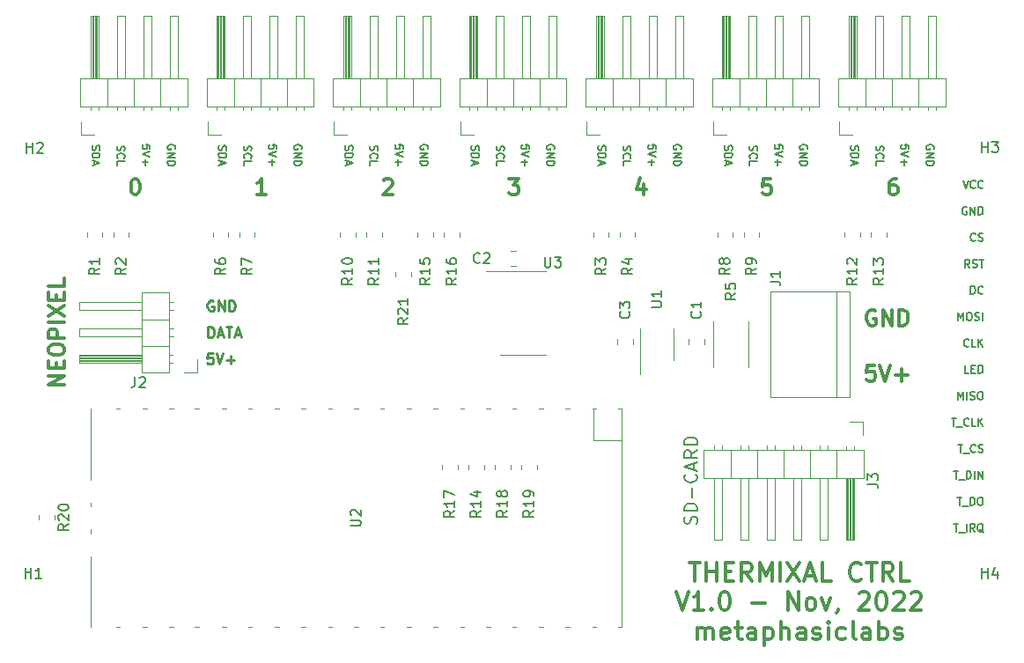
<source format=gbr>
%TF.GenerationSoftware,KiCad,Pcbnew,(6.0.1)*%
%TF.CreationDate,2022-11-17T10:08:14-05:00*%
%TF.ProjectId,ThermixelCtrl,54686572-6d69-4786-956c-4374726c2e6b,rev?*%
%TF.SameCoordinates,Original*%
%TF.FileFunction,Legend,Top*%
%TF.FilePolarity,Positive*%
%FSLAX46Y46*%
G04 Gerber Fmt 4.6, Leading zero omitted, Abs format (unit mm)*
G04 Created by KiCad (PCBNEW (6.0.1)) date 2022-11-17 10:08:14*
%MOMM*%
%LPD*%
G01*
G04 APERTURE LIST*
%ADD10C,0.187500*%
%ADD11C,0.300000*%
%ADD12C,0.250000*%
%ADD13C,0.150000*%
%ADD14C,0.120000*%
G04 APERTURE END LIST*
D10*
X66799952Y-43536666D02*
X66859476Y-43358095D01*
X66859476Y-43060476D01*
X66799952Y-42941428D01*
X66740428Y-42881904D01*
X66621380Y-42822380D01*
X66502333Y-42822380D01*
X66383285Y-42881904D01*
X66323761Y-42941428D01*
X66264238Y-43060476D01*
X66204714Y-43298571D01*
X66145190Y-43417619D01*
X66085666Y-43477142D01*
X65966619Y-43536666D01*
X65847571Y-43536666D01*
X65728523Y-43477142D01*
X65669000Y-43417619D01*
X65609476Y-43298571D01*
X65609476Y-43000952D01*
X65669000Y-42822380D01*
X66859476Y-42286666D02*
X65609476Y-42286666D01*
X65609476Y-41989047D01*
X65669000Y-41810476D01*
X65788047Y-41691428D01*
X65907095Y-41631904D01*
X66145190Y-41572380D01*
X66323761Y-41572380D01*
X66561857Y-41631904D01*
X66680904Y-41691428D01*
X66799952Y-41810476D01*
X66859476Y-41989047D01*
X66859476Y-42286666D01*
X66383285Y-41036666D02*
X66383285Y-40084285D01*
X66740428Y-38774761D02*
X66799952Y-38834285D01*
X66859476Y-39012857D01*
X66859476Y-39131904D01*
X66799952Y-39310476D01*
X66680904Y-39429523D01*
X66561857Y-39489047D01*
X66323761Y-39548571D01*
X66145190Y-39548571D01*
X65907095Y-39489047D01*
X65788047Y-39429523D01*
X65669000Y-39310476D01*
X65609476Y-39131904D01*
X65609476Y-39012857D01*
X65669000Y-38834285D01*
X65728523Y-38774761D01*
X66502333Y-38298571D02*
X66502333Y-37703333D01*
X66859476Y-38417619D02*
X65609476Y-38000952D01*
X66859476Y-37584285D01*
X66859476Y-36453333D02*
X66264238Y-36870000D01*
X66859476Y-37167619D02*
X65609476Y-37167619D01*
X65609476Y-36691428D01*
X65669000Y-36572380D01*
X65728523Y-36512857D01*
X65847571Y-36453333D01*
X66026142Y-36453333D01*
X66145190Y-36512857D01*
X66204714Y-36572380D01*
X66264238Y-36691428D01*
X66264238Y-37167619D01*
X66859476Y-35917619D02*
X65609476Y-35917619D01*
X65609476Y-35620000D01*
X65669000Y-35441428D01*
X65788047Y-35322380D01*
X65907095Y-35262857D01*
X66145190Y-35203333D01*
X66323761Y-35203333D01*
X66561857Y-35262857D01*
X66680904Y-35322380D01*
X66799952Y-35441428D01*
X66859476Y-35620000D01*
X66859476Y-35917619D01*
D11*
X36701428Y-10511428D02*
X36772857Y-10440000D01*
X36915714Y-10368571D01*
X37272857Y-10368571D01*
X37415714Y-10440000D01*
X37487142Y-10511428D01*
X37558571Y-10654285D01*
X37558571Y-10797142D01*
X37487142Y-11011428D01*
X36630000Y-11868571D01*
X37558571Y-11868571D01*
D10*
X92767571Y-13087000D02*
X92696142Y-13051285D01*
X92589000Y-13051285D01*
X92481857Y-13087000D01*
X92410428Y-13158428D01*
X92374714Y-13229857D01*
X92339000Y-13372714D01*
X92339000Y-13479857D01*
X92374714Y-13622714D01*
X92410428Y-13694142D01*
X92481857Y-13765571D01*
X92589000Y-13801285D01*
X92660428Y-13801285D01*
X92767571Y-13765571D01*
X92803285Y-13729857D01*
X92803285Y-13479857D01*
X92660428Y-13479857D01*
X93124714Y-13801285D02*
X93124714Y-13051285D01*
X93553285Y-13801285D01*
X93553285Y-13051285D01*
X93910428Y-13801285D02*
X93910428Y-13051285D01*
X94089000Y-13051285D01*
X94196142Y-13087000D01*
X94267571Y-13158428D01*
X94303285Y-13229857D01*
X94339000Y-13372714D01*
X94339000Y-13479857D01*
X94303285Y-13622714D01*
X94267571Y-13694142D01*
X94196142Y-13765571D01*
X94089000Y-13801285D01*
X93910428Y-13801285D01*
D11*
X48780000Y-10368571D02*
X49708571Y-10368571D01*
X49208571Y-10940000D01*
X49422857Y-10940000D01*
X49565714Y-11011428D01*
X49637142Y-11082857D01*
X49708571Y-11225714D01*
X49708571Y-11582857D01*
X49637142Y-11725714D01*
X49565714Y-11797142D01*
X49422857Y-11868571D01*
X48994285Y-11868571D01*
X48851428Y-11797142D01*
X48780000Y-11725714D01*
D10*
X91946142Y-31581285D02*
X91946142Y-30831285D01*
X92196142Y-31367000D01*
X92446142Y-30831285D01*
X92446142Y-31581285D01*
X92803285Y-31581285D02*
X92803285Y-30831285D01*
X93124714Y-31545571D02*
X93231856Y-31581285D01*
X93410428Y-31581285D01*
X93481856Y-31545571D01*
X93517571Y-31509857D01*
X93553285Y-31438428D01*
X93553285Y-31367000D01*
X93517571Y-31295571D01*
X93481856Y-31259857D01*
X93410428Y-31224142D01*
X93267571Y-31188428D01*
X93196142Y-31152714D01*
X93160428Y-31117000D01*
X93124714Y-31045571D01*
X93124714Y-30974142D01*
X93160428Y-30902714D01*
X93196142Y-30867000D01*
X93267571Y-30831285D01*
X93446142Y-30831285D01*
X93553285Y-30867000D01*
X94017571Y-30831285D02*
X94160428Y-30831285D01*
X94231856Y-30867000D01*
X94303285Y-30938428D01*
X94338999Y-31081285D01*
X94338999Y-31331285D01*
X94303285Y-31474142D01*
X94231856Y-31545571D01*
X94160428Y-31581285D01*
X94017571Y-31581285D01*
X93946142Y-31545571D01*
X93874714Y-31474142D01*
X93838999Y-31331285D01*
X93838999Y-31081285D01*
X93874714Y-30938428D01*
X93946142Y-30867000D01*
X94017571Y-30831285D01*
X93053285Y-18881285D02*
X92803285Y-18524142D01*
X92624714Y-18881285D02*
X92624714Y-18131285D01*
X92910428Y-18131285D01*
X92981857Y-18167000D01*
X93017571Y-18202714D01*
X93053285Y-18274142D01*
X93053285Y-18381285D01*
X93017571Y-18452714D01*
X92981857Y-18488428D01*
X92910428Y-18524142D01*
X92624714Y-18524142D01*
X93339000Y-18845571D02*
X93446142Y-18881285D01*
X93624714Y-18881285D01*
X93696142Y-18845571D01*
X93731857Y-18809857D01*
X93767571Y-18738428D01*
X93767571Y-18667000D01*
X93731857Y-18595571D01*
X93696142Y-18559857D01*
X93624714Y-18524142D01*
X93481857Y-18488428D01*
X93410428Y-18452714D01*
X93374714Y-18417000D01*
X93339000Y-18345571D01*
X93339000Y-18274142D01*
X93374714Y-18202714D01*
X93410428Y-18167000D01*
X93481857Y-18131285D01*
X93660428Y-18131285D01*
X93767571Y-18167000D01*
X93981857Y-18131285D02*
X94410428Y-18131285D01*
X94196142Y-18881285D02*
X94196142Y-18131285D01*
X91946142Y-23961285D02*
X91946142Y-23211285D01*
X92196142Y-23747000D01*
X92446142Y-23211285D01*
X92446142Y-23961285D01*
X92946142Y-23211285D02*
X93088999Y-23211285D01*
X93160428Y-23247000D01*
X93231856Y-23318428D01*
X93267571Y-23461285D01*
X93267571Y-23711285D01*
X93231856Y-23854142D01*
X93160428Y-23925571D01*
X93088999Y-23961285D01*
X92946142Y-23961285D01*
X92874714Y-23925571D01*
X92803285Y-23854142D01*
X92767571Y-23711285D01*
X92767571Y-23461285D01*
X92803285Y-23318428D01*
X92874714Y-23247000D01*
X92946142Y-23211285D01*
X93553285Y-23925571D02*
X93660428Y-23961285D01*
X93838999Y-23961285D01*
X93910428Y-23925571D01*
X93946142Y-23889857D01*
X93981856Y-23818428D01*
X93981856Y-23747000D01*
X93946142Y-23675571D01*
X93910428Y-23639857D01*
X93838999Y-23604142D01*
X93696142Y-23568428D01*
X93624714Y-23532714D01*
X93588999Y-23497000D01*
X93553285Y-23425571D01*
X93553285Y-23354142D01*
X93588999Y-23282714D01*
X93624714Y-23247000D01*
X93696142Y-23211285D01*
X93874714Y-23211285D01*
X93981856Y-23247000D01*
X94303285Y-23961285D02*
X94303285Y-23211285D01*
X92981857Y-29041285D02*
X92624714Y-29041285D01*
X92624714Y-28291285D01*
X93231857Y-28648428D02*
X93481857Y-28648428D01*
X93589000Y-29041285D02*
X93231857Y-29041285D01*
X93231857Y-28291285D01*
X93589000Y-28291285D01*
X93910428Y-29041285D02*
X93910428Y-28291285D01*
X94089000Y-28291285D01*
X94196142Y-28327000D01*
X94267571Y-28398428D01*
X94303285Y-28469857D01*
X94339000Y-28612714D01*
X94339000Y-28719857D01*
X94303285Y-28862714D01*
X94267571Y-28934142D01*
X94196142Y-29005571D01*
X94089000Y-29041285D01*
X93910428Y-29041285D01*
D11*
X83997142Y-23026000D02*
X83854285Y-22954571D01*
X83640000Y-22954571D01*
X83425714Y-23026000D01*
X83282857Y-23168857D01*
X83211428Y-23311714D01*
X83140000Y-23597428D01*
X83140000Y-23811714D01*
X83211428Y-24097428D01*
X83282857Y-24240285D01*
X83425714Y-24383142D01*
X83640000Y-24454571D01*
X83782857Y-24454571D01*
X83997142Y-24383142D01*
X84068571Y-24311714D01*
X84068571Y-23811714D01*
X83782857Y-23811714D01*
X84711428Y-24454571D02*
X84711428Y-22954571D01*
X85568571Y-24454571D01*
X85568571Y-22954571D01*
X86282857Y-24454571D02*
X86282857Y-22954571D01*
X86640000Y-22954571D01*
X86854285Y-23026000D01*
X86997142Y-23168857D01*
X87068571Y-23311714D01*
X87140000Y-23597428D01*
X87140000Y-23811714D01*
X87068571Y-24097428D01*
X86997142Y-24240285D01*
X86854285Y-24383142D01*
X86640000Y-24454571D01*
X86282857Y-24454571D01*
D10*
X93624714Y-16269857D02*
X93588999Y-16305571D01*
X93481856Y-16341285D01*
X93410428Y-16341285D01*
X93303285Y-16305571D01*
X93231856Y-16234142D01*
X93196142Y-16162714D01*
X93160428Y-16019857D01*
X93160428Y-15912714D01*
X93196142Y-15769857D01*
X93231856Y-15698428D01*
X93303285Y-15627000D01*
X93410428Y-15591285D01*
X93481856Y-15591285D01*
X93588999Y-15627000D01*
X93624714Y-15662714D01*
X93910428Y-16305571D02*
X94017571Y-16341285D01*
X94196142Y-16341285D01*
X94267571Y-16305571D01*
X94303285Y-16269857D01*
X94338999Y-16198428D01*
X94338999Y-16127000D01*
X94303285Y-16055571D01*
X94267571Y-16019857D01*
X94196142Y-15984142D01*
X94053285Y-15948428D01*
X93981856Y-15912714D01*
X93946142Y-15877000D01*
X93910428Y-15805571D01*
X93910428Y-15734142D01*
X93946142Y-15662714D01*
X93981856Y-15627000D01*
X94053285Y-15591285D01*
X94231856Y-15591285D01*
X94338999Y-15627000D01*
D11*
X86015714Y-10368571D02*
X85730000Y-10368571D01*
X85587142Y-10440000D01*
X85515714Y-10511428D01*
X85372857Y-10725714D01*
X85301428Y-11011428D01*
X85301428Y-11582857D01*
X85372857Y-11725714D01*
X85444285Y-11797142D01*
X85587142Y-11868571D01*
X85872857Y-11868571D01*
X86015714Y-11797142D01*
X86087142Y-11725714D01*
X86158571Y-11582857D01*
X86158571Y-11225714D01*
X86087142Y-11082857D01*
X86015714Y-11011428D01*
X85872857Y-10940000D01*
X85587142Y-10940000D01*
X85444285Y-11011428D01*
X85372857Y-11082857D01*
X85301428Y-11225714D01*
D10*
X93160428Y-21421285D02*
X93160428Y-20671285D01*
X93338999Y-20671285D01*
X93446142Y-20707000D01*
X93517571Y-20778428D01*
X93553285Y-20849857D01*
X93588999Y-20992714D01*
X93588999Y-21099857D01*
X93553285Y-21242714D01*
X93517571Y-21314142D01*
X93446142Y-21385571D01*
X93338999Y-21421285D01*
X93160428Y-21421285D01*
X94338999Y-21349857D02*
X94303285Y-21385571D01*
X94196142Y-21421285D01*
X94124714Y-21421285D01*
X94017571Y-21385571D01*
X93946142Y-21314142D01*
X93910428Y-21242714D01*
X93874714Y-21099857D01*
X93874714Y-20992714D01*
X93910428Y-20849857D01*
X93946142Y-20778428D01*
X94017571Y-20707000D01*
X94124714Y-20671285D01*
X94196142Y-20671285D01*
X94303285Y-20707000D01*
X94338999Y-20742714D01*
X91517571Y-43531285D02*
X91946142Y-43531285D01*
X91731857Y-44281285D02*
X91731857Y-43531285D01*
X92017571Y-44352714D02*
X92589000Y-44352714D01*
X92767571Y-44281285D02*
X92767571Y-43531285D01*
X93553285Y-44281285D02*
X93303285Y-43924142D01*
X93124714Y-44281285D02*
X93124714Y-43531285D01*
X93410428Y-43531285D01*
X93481857Y-43567000D01*
X93517571Y-43602714D01*
X93553285Y-43674142D01*
X93553285Y-43781285D01*
X93517571Y-43852714D01*
X93481857Y-43888428D01*
X93410428Y-43924142D01*
X93124714Y-43924142D01*
X94374714Y-44352714D02*
X94303285Y-44317000D01*
X94231857Y-44245571D01*
X94124714Y-44138428D01*
X94053285Y-44102714D01*
X93981857Y-44102714D01*
X94017571Y-44281285D02*
X93946142Y-44245571D01*
X93874714Y-44174142D01*
X93839000Y-44031285D01*
X93839000Y-43781285D01*
X93874714Y-43638428D01*
X93946142Y-43567000D01*
X94017571Y-43531285D01*
X94160428Y-43531285D01*
X94231857Y-43567000D01*
X94303285Y-43638428D01*
X94339000Y-43781285D01*
X94339000Y-44031285D01*
X94303285Y-44174142D01*
X94231857Y-44245571D01*
X94160428Y-44281285D01*
X94017571Y-44281285D01*
X28789166Y-7508571D02*
X28824880Y-7437142D01*
X28824880Y-7330000D01*
X28789166Y-7222857D01*
X28717737Y-7151428D01*
X28646308Y-7115714D01*
X28503451Y-7080000D01*
X28396308Y-7080000D01*
X28253451Y-7115714D01*
X28182023Y-7151428D01*
X28110594Y-7222857D01*
X28074880Y-7330000D01*
X28074880Y-7401428D01*
X28110594Y-7508571D01*
X28146308Y-7544285D01*
X28396308Y-7544285D01*
X28396308Y-7401428D01*
X28074880Y-7865714D02*
X28824880Y-7865714D01*
X28074880Y-8294285D01*
X28824880Y-8294285D01*
X28074880Y-8651428D02*
X28824880Y-8651428D01*
X28824880Y-8830000D01*
X28789166Y-8937142D01*
X28717737Y-9008571D01*
X28646308Y-9044285D01*
X28503451Y-9080000D01*
X28396308Y-9080000D01*
X28253451Y-9044285D01*
X28182023Y-9008571D01*
X28110594Y-8937142D01*
X28074880Y-8830000D01*
X28074880Y-8651428D01*
X26409880Y-7472857D02*
X26409880Y-7115714D01*
X26052737Y-7080000D01*
X26088451Y-7115714D01*
X26124166Y-7187142D01*
X26124166Y-7365714D01*
X26088451Y-7437142D01*
X26052737Y-7472857D01*
X25981308Y-7508571D01*
X25802737Y-7508571D01*
X25731308Y-7472857D01*
X25695594Y-7437142D01*
X25659880Y-7365714D01*
X25659880Y-7187142D01*
X25695594Y-7115714D01*
X25731308Y-7080000D01*
X26409880Y-7722857D02*
X25659880Y-7972857D01*
X26409880Y-8222857D01*
X25945594Y-8472857D02*
X25945594Y-9044285D01*
X25659880Y-8758571D02*
X26231308Y-8758571D01*
X23280594Y-7187142D02*
X23244880Y-7294285D01*
X23244880Y-7472857D01*
X23280594Y-7544285D01*
X23316308Y-7580000D01*
X23387737Y-7615714D01*
X23459166Y-7615714D01*
X23530594Y-7580000D01*
X23566308Y-7544285D01*
X23602023Y-7472857D01*
X23637737Y-7330000D01*
X23673451Y-7258571D01*
X23709166Y-7222857D01*
X23780594Y-7187142D01*
X23852023Y-7187142D01*
X23923451Y-7222857D01*
X23959166Y-7258571D01*
X23994880Y-7330000D01*
X23994880Y-7508571D01*
X23959166Y-7615714D01*
X23316308Y-8365714D02*
X23280594Y-8330000D01*
X23244880Y-8222857D01*
X23244880Y-8151428D01*
X23280594Y-8044285D01*
X23352023Y-7972857D01*
X23423451Y-7937142D01*
X23566308Y-7901428D01*
X23673451Y-7901428D01*
X23816308Y-7937142D01*
X23887737Y-7972857D01*
X23959166Y-8044285D01*
X23994880Y-8151428D01*
X23994880Y-8222857D01*
X23959166Y-8330000D01*
X23923451Y-8365714D01*
X23244880Y-9044285D02*
X23244880Y-8687142D01*
X23994880Y-8687142D01*
X20865594Y-7169285D02*
X20829880Y-7276428D01*
X20829880Y-7455000D01*
X20865594Y-7526428D01*
X20901308Y-7562142D01*
X20972737Y-7597857D01*
X21044166Y-7597857D01*
X21115594Y-7562142D01*
X21151308Y-7526428D01*
X21187023Y-7455000D01*
X21222737Y-7312142D01*
X21258451Y-7240714D01*
X21294166Y-7205000D01*
X21365594Y-7169285D01*
X21437023Y-7169285D01*
X21508451Y-7205000D01*
X21544166Y-7240714D01*
X21579880Y-7312142D01*
X21579880Y-7490714D01*
X21544166Y-7597857D01*
X20829880Y-7919285D02*
X21579880Y-7919285D01*
X21579880Y-8097857D01*
X21544166Y-8205000D01*
X21472737Y-8276428D01*
X21401308Y-8312142D01*
X21258451Y-8347857D01*
X21151308Y-8347857D01*
X21008451Y-8312142D01*
X20937023Y-8276428D01*
X20865594Y-8205000D01*
X20829880Y-8097857D01*
X20829880Y-7919285D01*
X21044166Y-8633571D02*
X21044166Y-8990714D01*
X20829880Y-8562142D02*
X21579880Y-8812142D01*
X20829880Y-9062142D01*
X40950832Y-7508571D02*
X40986546Y-7437142D01*
X40986546Y-7330000D01*
X40950832Y-7222857D01*
X40879403Y-7151428D01*
X40807974Y-7115714D01*
X40665117Y-7080000D01*
X40557974Y-7080000D01*
X40415117Y-7115714D01*
X40343689Y-7151428D01*
X40272260Y-7222857D01*
X40236546Y-7330000D01*
X40236546Y-7401428D01*
X40272260Y-7508571D01*
X40307974Y-7544285D01*
X40557974Y-7544285D01*
X40557974Y-7401428D01*
X40236546Y-7865714D02*
X40986546Y-7865714D01*
X40236546Y-8294285D01*
X40986546Y-8294285D01*
X40236546Y-8651428D02*
X40986546Y-8651428D01*
X40986546Y-8830000D01*
X40950832Y-8937142D01*
X40879403Y-9008571D01*
X40807974Y-9044285D01*
X40665117Y-9080000D01*
X40557974Y-9080000D01*
X40415117Y-9044285D01*
X40343689Y-9008571D01*
X40272260Y-8937142D01*
X40236546Y-8830000D01*
X40236546Y-8651428D01*
X38571546Y-7472857D02*
X38571546Y-7115714D01*
X38214403Y-7080000D01*
X38250117Y-7115714D01*
X38285832Y-7187142D01*
X38285832Y-7365714D01*
X38250117Y-7437142D01*
X38214403Y-7472857D01*
X38142974Y-7508571D01*
X37964403Y-7508571D01*
X37892974Y-7472857D01*
X37857260Y-7437142D01*
X37821546Y-7365714D01*
X37821546Y-7187142D01*
X37857260Y-7115714D01*
X37892974Y-7080000D01*
X38571546Y-7722857D02*
X37821546Y-7972857D01*
X38571546Y-8222857D01*
X38107260Y-8472857D02*
X38107260Y-9044285D01*
X37821546Y-8758571D02*
X38392974Y-8758571D01*
X35442260Y-7187142D02*
X35406546Y-7294285D01*
X35406546Y-7472857D01*
X35442260Y-7544285D01*
X35477974Y-7580000D01*
X35549403Y-7615714D01*
X35620832Y-7615714D01*
X35692260Y-7580000D01*
X35727974Y-7544285D01*
X35763689Y-7472857D01*
X35799403Y-7330000D01*
X35835117Y-7258571D01*
X35870832Y-7222857D01*
X35942260Y-7187142D01*
X36013689Y-7187142D01*
X36085117Y-7222857D01*
X36120832Y-7258571D01*
X36156546Y-7330000D01*
X36156546Y-7508571D01*
X36120832Y-7615714D01*
X35477974Y-8365714D02*
X35442260Y-8330000D01*
X35406546Y-8222857D01*
X35406546Y-8151428D01*
X35442260Y-8044285D01*
X35513689Y-7972857D01*
X35585117Y-7937142D01*
X35727974Y-7901428D01*
X35835117Y-7901428D01*
X35977974Y-7937142D01*
X36049403Y-7972857D01*
X36120832Y-8044285D01*
X36156546Y-8151428D01*
X36156546Y-8222857D01*
X36120832Y-8330000D01*
X36085117Y-8365714D01*
X35406546Y-9044285D02*
X35406546Y-8687142D01*
X36156546Y-8687142D01*
X33027260Y-7169285D02*
X32991546Y-7276428D01*
X32991546Y-7455000D01*
X33027260Y-7526428D01*
X33062974Y-7562142D01*
X33134403Y-7597857D01*
X33205832Y-7597857D01*
X33277260Y-7562142D01*
X33312974Y-7526428D01*
X33348689Y-7455000D01*
X33384403Y-7312142D01*
X33420117Y-7240714D01*
X33455832Y-7205000D01*
X33527260Y-7169285D01*
X33598689Y-7169285D01*
X33670117Y-7205000D01*
X33705832Y-7240714D01*
X33741546Y-7312142D01*
X33741546Y-7490714D01*
X33705832Y-7597857D01*
X32991546Y-7919285D02*
X33741546Y-7919285D01*
X33741546Y-8097857D01*
X33705832Y-8205000D01*
X33634403Y-8276428D01*
X33562974Y-8312142D01*
X33420117Y-8347857D01*
X33312974Y-8347857D01*
X33170117Y-8312142D01*
X33098689Y-8276428D01*
X33027260Y-8205000D01*
X32991546Y-8097857D01*
X32991546Y-7919285D01*
X33205832Y-8633571D02*
X33205832Y-8990714D01*
X32991546Y-8562142D02*
X33741546Y-8812142D01*
X32991546Y-9062142D01*
X92410428Y-10511285D02*
X92660428Y-11261285D01*
X92910428Y-10511285D01*
X93588999Y-11189857D02*
X93553285Y-11225571D01*
X93446142Y-11261285D01*
X93374713Y-11261285D01*
X93267570Y-11225571D01*
X93196142Y-11154142D01*
X93160428Y-11082714D01*
X93124713Y-10939857D01*
X93124713Y-10832714D01*
X93160428Y-10689857D01*
X93196142Y-10618428D01*
X93267570Y-10547000D01*
X93374713Y-10511285D01*
X93446142Y-10511285D01*
X93553285Y-10547000D01*
X93588999Y-10582714D01*
X94338999Y-11189857D02*
X94303285Y-11225571D01*
X94196142Y-11261285D01*
X94124713Y-11261285D01*
X94017570Y-11225571D01*
X93946142Y-11154142D01*
X93910428Y-11082714D01*
X93874713Y-10939857D01*
X93874713Y-10832714D01*
X93910428Y-10689857D01*
X93946142Y-10618428D01*
X94017570Y-10547000D01*
X94124713Y-10511285D01*
X94196142Y-10511285D01*
X94303285Y-10547000D01*
X94338999Y-10582714D01*
D11*
X12758571Y-10368571D02*
X12901428Y-10368571D01*
X13044285Y-10440000D01*
X13115714Y-10511428D01*
X13187142Y-10654285D01*
X13258571Y-10940000D01*
X13258571Y-11297142D01*
X13187142Y-11582857D01*
X13115714Y-11725714D01*
X13044285Y-11797142D01*
X12901428Y-11868571D01*
X12758571Y-11868571D01*
X12615714Y-11797142D01*
X12544285Y-11725714D01*
X12472857Y-11582857D01*
X12401428Y-11297142D01*
X12401428Y-10940000D01*
X12472857Y-10654285D01*
X12544285Y-10511428D01*
X12615714Y-10440000D01*
X12758571Y-10368571D01*
D10*
X91517571Y-38451285D02*
X91946142Y-38451285D01*
X91731857Y-39201285D02*
X91731857Y-38451285D01*
X92017571Y-39272714D02*
X92589000Y-39272714D01*
X92767571Y-39201285D02*
X92767571Y-38451285D01*
X92946142Y-38451285D01*
X93053285Y-38487000D01*
X93124714Y-38558428D01*
X93160428Y-38629857D01*
X93196142Y-38772714D01*
X93196142Y-38879857D01*
X93160428Y-39022714D01*
X93124714Y-39094142D01*
X93053285Y-39165571D01*
X92946142Y-39201285D01*
X92767571Y-39201285D01*
X93517571Y-39201285D02*
X93517571Y-38451285D01*
X93874714Y-39201285D02*
X93874714Y-38451285D01*
X94303285Y-39201285D01*
X94303285Y-38451285D01*
X77435830Y-7508571D02*
X77471544Y-7437142D01*
X77471544Y-7330000D01*
X77435830Y-7222857D01*
X77364401Y-7151428D01*
X77292972Y-7115714D01*
X77150115Y-7080000D01*
X77042972Y-7080000D01*
X76900115Y-7115714D01*
X76828687Y-7151428D01*
X76757258Y-7222857D01*
X76721544Y-7330000D01*
X76721544Y-7401428D01*
X76757258Y-7508571D01*
X76792972Y-7544285D01*
X77042972Y-7544285D01*
X77042972Y-7401428D01*
X76721544Y-7865714D02*
X77471544Y-7865714D01*
X76721544Y-8294285D01*
X77471544Y-8294285D01*
X76721544Y-8651428D02*
X77471544Y-8651428D01*
X77471544Y-8830000D01*
X77435830Y-8937142D01*
X77364401Y-9008571D01*
X77292972Y-9044285D01*
X77150115Y-9080000D01*
X77042972Y-9080000D01*
X76900115Y-9044285D01*
X76828687Y-9008571D01*
X76757258Y-8937142D01*
X76721544Y-8830000D01*
X76721544Y-8651428D01*
X75056544Y-7472857D02*
X75056544Y-7115714D01*
X74699401Y-7080000D01*
X74735115Y-7115714D01*
X74770830Y-7187142D01*
X74770830Y-7365714D01*
X74735115Y-7437142D01*
X74699401Y-7472857D01*
X74627972Y-7508571D01*
X74449401Y-7508571D01*
X74377972Y-7472857D01*
X74342258Y-7437142D01*
X74306544Y-7365714D01*
X74306544Y-7187142D01*
X74342258Y-7115714D01*
X74377972Y-7080000D01*
X75056544Y-7722857D02*
X74306544Y-7972857D01*
X75056544Y-8222857D01*
X74592258Y-8472857D02*
X74592258Y-9044285D01*
X74306544Y-8758571D02*
X74877972Y-8758571D01*
X71927258Y-7187142D02*
X71891544Y-7294285D01*
X71891544Y-7472857D01*
X71927258Y-7544285D01*
X71962972Y-7580000D01*
X72034401Y-7615714D01*
X72105830Y-7615714D01*
X72177258Y-7580000D01*
X72212972Y-7544285D01*
X72248687Y-7472857D01*
X72284401Y-7330000D01*
X72320115Y-7258571D01*
X72355830Y-7222857D01*
X72427258Y-7187142D01*
X72498687Y-7187142D01*
X72570115Y-7222857D01*
X72605830Y-7258571D01*
X72641544Y-7330000D01*
X72641544Y-7508571D01*
X72605830Y-7615714D01*
X71962972Y-8365714D02*
X71927258Y-8330000D01*
X71891544Y-8222857D01*
X71891544Y-8151428D01*
X71927258Y-8044285D01*
X71998687Y-7972857D01*
X72070115Y-7937142D01*
X72212972Y-7901428D01*
X72320115Y-7901428D01*
X72462972Y-7937142D01*
X72534401Y-7972857D01*
X72605830Y-8044285D01*
X72641544Y-8151428D01*
X72641544Y-8222857D01*
X72605830Y-8330000D01*
X72570115Y-8365714D01*
X71891544Y-9044285D02*
X71891544Y-8687142D01*
X72641544Y-8687142D01*
X69512258Y-7169285D02*
X69476544Y-7276428D01*
X69476544Y-7455000D01*
X69512258Y-7526428D01*
X69547972Y-7562142D01*
X69619401Y-7597857D01*
X69690830Y-7597857D01*
X69762258Y-7562142D01*
X69797972Y-7526428D01*
X69833687Y-7455000D01*
X69869401Y-7312142D01*
X69905115Y-7240714D01*
X69940830Y-7205000D01*
X70012258Y-7169285D01*
X70083687Y-7169285D01*
X70155115Y-7205000D01*
X70190830Y-7240714D01*
X70226544Y-7312142D01*
X70226544Y-7490714D01*
X70190830Y-7597857D01*
X69476544Y-7919285D02*
X70226544Y-7919285D01*
X70226544Y-8097857D01*
X70190830Y-8205000D01*
X70119401Y-8276428D01*
X70047972Y-8312142D01*
X69905115Y-8347857D01*
X69797972Y-8347857D01*
X69655115Y-8312142D01*
X69583687Y-8276428D01*
X69512258Y-8205000D01*
X69476544Y-8097857D01*
X69476544Y-7919285D01*
X69690830Y-8633571D02*
X69690830Y-8990714D01*
X69476544Y-8562142D02*
X70226544Y-8812142D01*
X69476544Y-9062142D01*
X16627500Y-7508571D02*
X16663214Y-7437142D01*
X16663214Y-7330000D01*
X16627500Y-7222857D01*
X16556071Y-7151428D01*
X16484642Y-7115714D01*
X16341785Y-7080000D01*
X16234642Y-7080000D01*
X16091785Y-7115714D01*
X16020357Y-7151428D01*
X15948928Y-7222857D01*
X15913214Y-7330000D01*
X15913214Y-7401428D01*
X15948928Y-7508571D01*
X15984642Y-7544285D01*
X16234642Y-7544285D01*
X16234642Y-7401428D01*
X15913214Y-7865714D02*
X16663214Y-7865714D01*
X15913214Y-8294285D01*
X16663214Y-8294285D01*
X15913214Y-8651428D02*
X16663214Y-8651428D01*
X16663214Y-8830000D01*
X16627500Y-8937142D01*
X16556071Y-9008571D01*
X16484642Y-9044285D01*
X16341785Y-9080000D01*
X16234642Y-9080000D01*
X16091785Y-9044285D01*
X16020357Y-9008571D01*
X15948928Y-8937142D01*
X15913214Y-8830000D01*
X15913214Y-8651428D01*
X14248214Y-7472857D02*
X14248214Y-7115714D01*
X13891071Y-7080000D01*
X13926785Y-7115714D01*
X13962500Y-7187142D01*
X13962500Y-7365714D01*
X13926785Y-7437142D01*
X13891071Y-7472857D01*
X13819642Y-7508571D01*
X13641071Y-7508571D01*
X13569642Y-7472857D01*
X13533928Y-7437142D01*
X13498214Y-7365714D01*
X13498214Y-7187142D01*
X13533928Y-7115714D01*
X13569642Y-7080000D01*
X14248214Y-7722857D02*
X13498214Y-7972857D01*
X14248214Y-8222857D01*
X13783928Y-8472857D02*
X13783928Y-9044285D01*
X13498214Y-8758571D02*
X14069642Y-8758571D01*
X11118928Y-7187142D02*
X11083214Y-7294285D01*
X11083214Y-7472857D01*
X11118928Y-7544285D01*
X11154642Y-7580000D01*
X11226071Y-7615714D01*
X11297500Y-7615714D01*
X11368928Y-7580000D01*
X11404642Y-7544285D01*
X11440357Y-7472857D01*
X11476071Y-7330000D01*
X11511785Y-7258571D01*
X11547500Y-7222857D01*
X11618928Y-7187142D01*
X11690357Y-7187142D01*
X11761785Y-7222857D01*
X11797500Y-7258571D01*
X11833214Y-7330000D01*
X11833214Y-7508571D01*
X11797500Y-7615714D01*
X11154642Y-8365714D02*
X11118928Y-8330000D01*
X11083214Y-8222857D01*
X11083214Y-8151428D01*
X11118928Y-8044285D01*
X11190357Y-7972857D01*
X11261785Y-7937142D01*
X11404642Y-7901428D01*
X11511785Y-7901428D01*
X11654642Y-7937142D01*
X11726071Y-7972857D01*
X11797500Y-8044285D01*
X11833214Y-8151428D01*
X11833214Y-8222857D01*
X11797500Y-8330000D01*
X11761785Y-8365714D01*
X11083214Y-9044285D02*
X11083214Y-8687142D01*
X11833214Y-8687142D01*
X8703928Y-7169285D02*
X8668214Y-7276428D01*
X8668214Y-7455000D01*
X8703928Y-7526428D01*
X8739642Y-7562142D01*
X8811071Y-7597857D01*
X8882500Y-7597857D01*
X8953928Y-7562142D01*
X8989642Y-7526428D01*
X9025357Y-7455000D01*
X9061071Y-7312142D01*
X9096785Y-7240714D01*
X9132500Y-7205000D01*
X9203928Y-7169285D01*
X9275357Y-7169285D01*
X9346785Y-7205000D01*
X9382500Y-7240714D01*
X9418214Y-7312142D01*
X9418214Y-7490714D01*
X9382500Y-7597857D01*
X8668214Y-7919285D02*
X9418214Y-7919285D01*
X9418214Y-8097857D01*
X9382500Y-8205000D01*
X9311071Y-8276428D01*
X9239642Y-8312142D01*
X9096785Y-8347857D01*
X8989642Y-8347857D01*
X8846785Y-8312142D01*
X8775357Y-8276428D01*
X8703928Y-8205000D01*
X8668214Y-8097857D01*
X8668214Y-7919285D01*
X8882500Y-8633571D02*
X8882500Y-8990714D01*
X8668214Y-8562142D02*
X9418214Y-8812142D01*
X8668214Y-9062142D01*
D11*
X25408571Y-11868571D02*
X24551428Y-11868571D01*
X24980000Y-11868571D02*
X24980000Y-10368571D01*
X24837142Y-10582857D01*
X24694285Y-10725714D01*
X24551428Y-10797142D01*
D10*
X91303285Y-33371285D02*
X91731857Y-33371285D01*
X91517571Y-34121285D02*
X91517571Y-33371285D01*
X91803285Y-34192714D02*
X92374714Y-34192714D01*
X92981857Y-34049857D02*
X92946142Y-34085571D01*
X92838999Y-34121285D01*
X92767571Y-34121285D01*
X92660428Y-34085571D01*
X92588999Y-34014142D01*
X92553285Y-33942714D01*
X92517571Y-33799857D01*
X92517571Y-33692714D01*
X92553285Y-33549857D01*
X92588999Y-33478428D01*
X92660428Y-33407000D01*
X92767571Y-33371285D01*
X92838999Y-33371285D01*
X92946142Y-33407000D01*
X92981857Y-33442714D01*
X93660428Y-34121285D02*
X93303285Y-34121285D01*
X93303285Y-33371285D01*
X93910428Y-34121285D02*
X93910428Y-33371285D01*
X94338999Y-34121285D02*
X94017571Y-33692714D01*
X94338999Y-33371285D02*
X93910428Y-33799857D01*
X89597500Y-7508571D02*
X89633214Y-7437142D01*
X89633214Y-7330000D01*
X89597500Y-7222857D01*
X89526071Y-7151428D01*
X89454642Y-7115714D01*
X89311785Y-7080000D01*
X89204642Y-7080000D01*
X89061785Y-7115714D01*
X88990357Y-7151428D01*
X88918928Y-7222857D01*
X88883214Y-7330000D01*
X88883214Y-7401428D01*
X88918928Y-7508571D01*
X88954642Y-7544285D01*
X89204642Y-7544285D01*
X89204642Y-7401428D01*
X88883214Y-7865714D02*
X89633214Y-7865714D01*
X88883214Y-8294285D01*
X89633214Y-8294285D01*
X88883214Y-8651428D02*
X89633214Y-8651428D01*
X89633214Y-8830000D01*
X89597500Y-8937142D01*
X89526071Y-9008571D01*
X89454642Y-9044285D01*
X89311785Y-9080000D01*
X89204642Y-9080000D01*
X89061785Y-9044285D01*
X88990357Y-9008571D01*
X88918928Y-8937142D01*
X88883214Y-8830000D01*
X88883214Y-8651428D01*
X87218214Y-7472857D02*
X87218214Y-7115714D01*
X86861071Y-7080000D01*
X86896785Y-7115714D01*
X86932500Y-7187142D01*
X86932500Y-7365714D01*
X86896785Y-7437142D01*
X86861071Y-7472857D01*
X86789642Y-7508571D01*
X86611071Y-7508571D01*
X86539642Y-7472857D01*
X86503928Y-7437142D01*
X86468214Y-7365714D01*
X86468214Y-7187142D01*
X86503928Y-7115714D01*
X86539642Y-7080000D01*
X87218214Y-7722857D02*
X86468214Y-7972857D01*
X87218214Y-8222857D01*
X86753928Y-8472857D02*
X86753928Y-9044285D01*
X86468214Y-8758571D02*
X87039642Y-8758571D01*
X84088928Y-7187142D02*
X84053214Y-7294285D01*
X84053214Y-7472857D01*
X84088928Y-7544285D01*
X84124642Y-7580000D01*
X84196071Y-7615714D01*
X84267500Y-7615714D01*
X84338928Y-7580000D01*
X84374642Y-7544285D01*
X84410357Y-7472857D01*
X84446071Y-7330000D01*
X84481785Y-7258571D01*
X84517500Y-7222857D01*
X84588928Y-7187142D01*
X84660357Y-7187142D01*
X84731785Y-7222857D01*
X84767500Y-7258571D01*
X84803214Y-7330000D01*
X84803214Y-7508571D01*
X84767500Y-7615714D01*
X84124642Y-8365714D02*
X84088928Y-8330000D01*
X84053214Y-8222857D01*
X84053214Y-8151428D01*
X84088928Y-8044285D01*
X84160357Y-7972857D01*
X84231785Y-7937142D01*
X84374642Y-7901428D01*
X84481785Y-7901428D01*
X84624642Y-7937142D01*
X84696071Y-7972857D01*
X84767500Y-8044285D01*
X84803214Y-8151428D01*
X84803214Y-8222857D01*
X84767500Y-8330000D01*
X84731785Y-8365714D01*
X84053214Y-9044285D02*
X84053214Y-8687142D01*
X84803214Y-8687142D01*
X81673928Y-7169285D02*
X81638214Y-7276428D01*
X81638214Y-7455000D01*
X81673928Y-7526428D01*
X81709642Y-7562142D01*
X81781071Y-7597857D01*
X81852500Y-7597857D01*
X81923928Y-7562142D01*
X81959642Y-7526428D01*
X81995357Y-7455000D01*
X82031071Y-7312142D01*
X82066785Y-7240714D01*
X82102500Y-7205000D01*
X82173928Y-7169285D01*
X82245357Y-7169285D01*
X82316785Y-7205000D01*
X82352500Y-7240714D01*
X82388214Y-7312142D01*
X82388214Y-7490714D01*
X82352500Y-7597857D01*
X81638214Y-7919285D02*
X82388214Y-7919285D01*
X82388214Y-8097857D01*
X82352500Y-8205000D01*
X82281071Y-8276428D01*
X82209642Y-8312142D01*
X82066785Y-8347857D01*
X81959642Y-8347857D01*
X81816785Y-8312142D01*
X81745357Y-8276428D01*
X81673928Y-8205000D01*
X81638214Y-8097857D01*
X81638214Y-7919285D01*
X81852500Y-8633571D02*
X81852500Y-8990714D01*
X81638214Y-8562142D02*
X82388214Y-8812142D01*
X81638214Y-9062142D01*
D12*
X19836000Y-25598380D02*
X19836000Y-24598380D01*
X20074095Y-24598380D01*
X20216952Y-24646000D01*
X20312190Y-24741238D01*
X20359809Y-24836476D01*
X20407428Y-25026952D01*
X20407428Y-25169809D01*
X20359809Y-25360285D01*
X20312190Y-25455523D01*
X20216952Y-25550761D01*
X20074095Y-25598380D01*
X19836000Y-25598380D01*
X20788380Y-25312666D02*
X21264571Y-25312666D01*
X20693142Y-25598380D02*
X21026476Y-24598380D01*
X21359809Y-25598380D01*
X21550285Y-24598380D02*
X22121714Y-24598380D01*
X21836000Y-25598380D02*
X21836000Y-24598380D01*
X22407428Y-25312666D02*
X22883619Y-25312666D01*
X22312190Y-25598380D02*
X22645523Y-24598380D01*
X22978857Y-25598380D01*
D11*
X73937142Y-10368571D02*
X73222857Y-10368571D01*
X73151428Y-11082857D01*
X73222857Y-11011428D01*
X73365714Y-10940000D01*
X73722857Y-10940000D01*
X73865714Y-11011428D01*
X73937142Y-11082857D01*
X74008571Y-11225714D01*
X74008571Y-11582857D01*
X73937142Y-11725714D01*
X73865714Y-11797142D01*
X73722857Y-11868571D01*
X73365714Y-11868571D01*
X73222857Y-11797142D01*
X73151428Y-11725714D01*
X6012571Y-30146000D02*
X4512571Y-30146000D01*
X6012571Y-29288857D01*
X4512571Y-29288857D01*
X5226857Y-28574571D02*
X5226857Y-28074571D01*
X6012571Y-27860285D02*
X6012571Y-28574571D01*
X4512571Y-28574571D01*
X4512571Y-27860285D01*
X4512571Y-26931714D02*
X4512571Y-26646000D01*
X4584000Y-26503142D01*
X4726857Y-26360285D01*
X5012571Y-26288857D01*
X5512571Y-26288857D01*
X5798285Y-26360285D01*
X5941142Y-26503142D01*
X6012571Y-26646000D01*
X6012571Y-26931714D01*
X5941142Y-27074571D01*
X5798285Y-27217428D01*
X5512571Y-27288857D01*
X5012571Y-27288857D01*
X4726857Y-27217428D01*
X4584000Y-27074571D01*
X4512571Y-26931714D01*
X6012571Y-25646000D02*
X4512571Y-25646000D01*
X4512571Y-25074571D01*
X4584000Y-24931714D01*
X4655428Y-24860285D01*
X4798285Y-24788857D01*
X5012571Y-24788857D01*
X5155428Y-24860285D01*
X5226857Y-24931714D01*
X5298285Y-25074571D01*
X5298285Y-25646000D01*
X6012571Y-24146000D02*
X4512571Y-24146000D01*
X4512571Y-23574571D02*
X6012571Y-22574571D01*
X4512571Y-22574571D02*
X6012571Y-23574571D01*
X5226857Y-22003142D02*
X5226857Y-21503142D01*
X6012571Y-21288857D02*
X6012571Y-22003142D01*
X4512571Y-22003142D01*
X4512571Y-21288857D01*
X6012571Y-19931714D02*
X6012571Y-20646000D01*
X4512571Y-20646000D01*
D10*
X91946142Y-35911285D02*
X92374713Y-35911285D01*
X92160427Y-36661285D02*
X92160427Y-35911285D01*
X92446142Y-36732714D02*
X93017570Y-36732714D01*
X93624713Y-36589857D02*
X93588999Y-36625571D01*
X93481856Y-36661285D01*
X93410427Y-36661285D01*
X93303285Y-36625571D01*
X93231856Y-36554142D01*
X93196142Y-36482714D01*
X93160427Y-36339857D01*
X93160427Y-36232714D01*
X93196142Y-36089857D01*
X93231856Y-36018428D01*
X93303285Y-35947000D01*
X93410427Y-35911285D01*
X93481856Y-35911285D01*
X93588999Y-35947000D01*
X93624713Y-35982714D01*
X93910427Y-36625571D02*
X94017570Y-36661285D01*
X94196142Y-36661285D01*
X94267570Y-36625571D01*
X94303285Y-36589857D01*
X94338999Y-36518428D01*
X94338999Y-36447000D01*
X94303285Y-36375571D01*
X94267570Y-36339857D01*
X94196142Y-36304142D01*
X94053285Y-36268428D01*
X93981856Y-36232714D01*
X93946142Y-36197000D01*
X93910427Y-36125571D01*
X93910427Y-36054142D01*
X93946142Y-35982714D01*
X93981856Y-35947000D01*
X94053285Y-35911285D01*
X94231856Y-35911285D01*
X94338999Y-35947000D01*
X91874713Y-40991285D02*
X92303285Y-40991285D01*
X92088999Y-41741285D02*
X92088999Y-40991285D01*
X92374713Y-41812714D02*
X92946142Y-41812714D01*
X93124713Y-41741285D02*
X93124713Y-40991285D01*
X93303285Y-40991285D01*
X93410428Y-41027000D01*
X93481856Y-41098428D01*
X93517571Y-41169857D01*
X93553285Y-41312714D01*
X93553285Y-41419857D01*
X93517571Y-41562714D01*
X93481856Y-41634142D01*
X93410428Y-41705571D01*
X93303285Y-41741285D01*
X93124713Y-41741285D01*
X94017571Y-40991285D02*
X94160428Y-40991285D01*
X94231856Y-41027000D01*
X94303285Y-41098428D01*
X94338999Y-41241285D01*
X94338999Y-41491285D01*
X94303285Y-41634142D01*
X94231856Y-41705571D01*
X94160428Y-41741285D01*
X94017571Y-41741285D01*
X93946142Y-41705571D01*
X93874713Y-41634142D01*
X93838999Y-41491285D01*
X93838999Y-41241285D01*
X93874713Y-41098428D01*
X93946142Y-41027000D01*
X94017571Y-40991285D01*
D11*
X83925714Y-28288571D02*
X83211428Y-28288571D01*
X83140000Y-29002857D01*
X83211428Y-28931428D01*
X83354285Y-28860000D01*
X83711428Y-28860000D01*
X83854285Y-28931428D01*
X83925714Y-29002857D01*
X83997142Y-29145714D01*
X83997142Y-29502857D01*
X83925714Y-29645714D01*
X83854285Y-29717142D01*
X83711428Y-29788571D01*
X83354285Y-29788571D01*
X83211428Y-29717142D01*
X83140000Y-29645714D01*
X84425714Y-28288571D02*
X84925714Y-29788571D01*
X85425714Y-28288571D01*
X85925714Y-29217142D02*
X87068571Y-29217142D01*
X86497142Y-29788571D02*
X86497142Y-28645714D01*
D10*
X65274164Y-7508571D02*
X65309878Y-7437142D01*
X65309878Y-7330000D01*
X65274164Y-7222857D01*
X65202735Y-7151428D01*
X65131306Y-7115714D01*
X64988449Y-7080000D01*
X64881306Y-7080000D01*
X64738449Y-7115714D01*
X64667021Y-7151428D01*
X64595592Y-7222857D01*
X64559878Y-7330000D01*
X64559878Y-7401428D01*
X64595592Y-7508571D01*
X64631306Y-7544285D01*
X64881306Y-7544285D01*
X64881306Y-7401428D01*
X64559878Y-7865714D02*
X65309878Y-7865714D01*
X64559878Y-8294285D01*
X65309878Y-8294285D01*
X64559878Y-8651428D02*
X65309878Y-8651428D01*
X65309878Y-8830000D01*
X65274164Y-8937142D01*
X65202735Y-9008571D01*
X65131306Y-9044285D01*
X64988449Y-9080000D01*
X64881306Y-9080000D01*
X64738449Y-9044285D01*
X64667021Y-9008571D01*
X64595592Y-8937142D01*
X64559878Y-8830000D01*
X64559878Y-8651428D01*
X62894878Y-7472857D02*
X62894878Y-7115714D01*
X62537735Y-7080000D01*
X62573449Y-7115714D01*
X62609164Y-7187142D01*
X62609164Y-7365714D01*
X62573449Y-7437142D01*
X62537735Y-7472857D01*
X62466306Y-7508571D01*
X62287735Y-7508571D01*
X62216306Y-7472857D01*
X62180592Y-7437142D01*
X62144878Y-7365714D01*
X62144878Y-7187142D01*
X62180592Y-7115714D01*
X62216306Y-7080000D01*
X62894878Y-7722857D02*
X62144878Y-7972857D01*
X62894878Y-8222857D01*
X62430592Y-8472857D02*
X62430592Y-9044285D01*
X62144878Y-8758571D02*
X62716306Y-8758571D01*
X59765592Y-7187142D02*
X59729878Y-7294285D01*
X59729878Y-7472857D01*
X59765592Y-7544285D01*
X59801306Y-7580000D01*
X59872735Y-7615714D01*
X59944164Y-7615714D01*
X60015592Y-7580000D01*
X60051306Y-7544285D01*
X60087021Y-7472857D01*
X60122735Y-7330000D01*
X60158449Y-7258571D01*
X60194164Y-7222857D01*
X60265592Y-7187142D01*
X60337021Y-7187142D01*
X60408449Y-7222857D01*
X60444164Y-7258571D01*
X60479878Y-7330000D01*
X60479878Y-7508571D01*
X60444164Y-7615714D01*
X59801306Y-8365714D02*
X59765592Y-8330000D01*
X59729878Y-8222857D01*
X59729878Y-8151428D01*
X59765592Y-8044285D01*
X59837021Y-7972857D01*
X59908449Y-7937142D01*
X60051306Y-7901428D01*
X60158449Y-7901428D01*
X60301306Y-7937142D01*
X60372735Y-7972857D01*
X60444164Y-8044285D01*
X60479878Y-8151428D01*
X60479878Y-8222857D01*
X60444164Y-8330000D01*
X60408449Y-8365714D01*
X59729878Y-9044285D02*
X59729878Y-8687142D01*
X60479878Y-8687142D01*
X57350592Y-7169285D02*
X57314878Y-7276428D01*
X57314878Y-7455000D01*
X57350592Y-7526428D01*
X57386306Y-7562142D01*
X57457735Y-7597857D01*
X57529164Y-7597857D01*
X57600592Y-7562142D01*
X57636306Y-7526428D01*
X57672021Y-7455000D01*
X57707735Y-7312142D01*
X57743449Y-7240714D01*
X57779164Y-7205000D01*
X57850592Y-7169285D01*
X57922021Y-7169285D01*
X57993449Y-7205000D01*
X58029164Y-7240714D01*
X58064878Y-7312142D01*
X58064878Y-7490714D01*
X58029164Y-7597857D01*
X57314878Y-7919285D02*
X58064878Y-7919285D01*
X58064878Y-8097857D01*
X58029164Y-8205000D01*
X57957735Y-8276428D01*
X57886306Y-8312142D01*
X57743449Y-8347857D01*
X57636306Y-8347857D01*
X57493449Y-8312142D01*
X57422021Y-8276428D01*
X57350592Y-8205000D01*
X57314878Y-8097857D01*
X57314878Y-7919285D01*
X57529164Y-8633571D02*
X57529164Y-8990714D01*
X57314878Y-8562142D02*
X58064878Y-8812142D01*
X57314878Y-9062142D01*
X92981856Y-26429857D02*
X92946142Y-26465571D01*
X92838999Y-26501285D01*
X92767570Y-26501285D01*
X92660427Y-26465571D01*
X92588999Y-26394142D01*
X92553285Y-26322714D01*
X92517570Y-26179857D01*
X92517570Y-26072714D01*
X92553285Y-25929857D01*
X92588999Y-25858428D01*
X92660427Y-25787000D01*
X92767570Y-25751285D01*
X92838999Y-25751285D01*
X92946142Y-25787000D01*
X92981856Y-25822714D01*
X93660427Y-26501285D02*
X93303285Y-26501285D01*
X93303285Y-25751285D01*
X93910427Y-26501285D02*
X93910427Y-25751285D01*
X94338999Y-26501285D02*
X94017570Y-26072714D01*
X94338999Y-25751285D02*
X93910427Y-26179857D01*
D12*
X20320095Y-22106000D02*
X20224857Y-22058380D01*
X20082000Y-22058380D01*
X19939142Y-22106000D01*
X19843904Y-22201238D01*
X19796285Y-22296476D01*
X19748666Y-22486952D01*
X19748666Y-22629809D01*
X19796285Y-22820285D01*
X19843904Y-22915523D01*
X19939142Y-23010761D01*
X20082000Y-23058380D01*
X20177238Y-23058380D01*
X20320095Y-23010761D01*
X20367714Y-22963142D01*
X20367714Y-22629809D01*
X20177238Y-22629809D01*
X20796285Y-23058380D02*
X20796285Y-22058380D01*
X21367714Y-23058380D01*
X21367714Y-22058380D01*
X21843904Y-23058380D02*
X21843904Y-22058380D01*
X22082000Y-22058380D01*
X22224857Y-22106000D01*
X22320095Y-22201238D01*
X22367714Y-22296476D01*
X22415333Y-22486952D01*
X22415333Y-22629809D01*
X22367714Y-22820285D01*
X22320095Y-22915523D01*
X22224857Y-23010761D01*
X22082000Y-23058380D01*
X21843904Y-23058380D01*
D11*
X61715714Y-10868571D02*
X61715714Y-11868571D01*
X61358571Y-10297142D02*
X61001428Y-11368571D01*
X61930000Y-11368571D01*
D10*
X53112498Y-7508571D02*
X53148212Y-7437142D01*
X53148212Y-7330000D01*
X53112498Y-7222857D01*
X53041069Y-7151428D01*
X52969640Y-7115714D01*
X52826783Y-7080000D01*
X52719640Y-7080000D01*
X52576783Y-7115714D01*
X52505355Y-7151428D01*
X52433926Y-7222857D01*
X52398212Y-7330000D01*
X52398212Y-7401428D01*
X52433926Y-7508571D01*
X52469640Y-7544285D01*
X52719640Y-7544285D01*
X52719640Y-7401428D01*
X52398212Y-7865714D02*
X53148212Y-7865714D01*
X52398212Y-8294285D01*
X53148212Y-8294285D01*
X52398212Y-8651428D02*
X53148212Y-8651428D01*
X53148212Y-8830000D01*
X53112498Y-8937142D01*
X53041069Y-9008571D01*
X52969640Y-9044285D01*
X52826783Y-9080000D01*
X52719640Y-9080000D01*
X52576783Y-9044285D01*
X52505355Y-9008571D01*
X52433926Y-8937142D01*
X52398212Y-8830000D01*
X52398212Y-8651428D01*
X50733212Y-7472857D02*
X50733212Y-7115714D01*
X50376069Y-7080000D01*
X50411783Y-7115714D01*
X50447498Y-7187142D01*
X50447498Y-7365714D01*
X50411783Y-7437142D01*
X50376069Y-7472857D01*
X50304640Y-7508571D01*
X50126069Y-7508571D01*
X50054640Y-7472857D01*
X50018926Y-7437142D01*
X49983212Y-7365714D01*
X49983212Y-7187142D01*
X50018926Y-7115714D01*
X50054640Y-7080000D01*
X50733212Y-7722857D02*
X49983212Y-7972857D01*
X50733212Y-8222857D01*
X50268926Y-8472857D02*
X50268926Y-9044285D01*
X49983212Y-8758571D02*
X50554640Y-8758571D01*
X47603926Y-7187142D02*
X47568212Y-7294285D01*
X47568212Y-7472857D01*
X47603926Y-7544285D01*
X47639640Y-7580000D01*
X47711069Y-7615714D01*
X47782498Y-7615714D01*
X47853926Y-7580000D01*
X47889640Y-7544285D01*
X47925355Y-7472857D01*
X47961069Y-7330000D01*
X47996783Y-7258571D01*
X48032498Y-7222857D01*
X48103926Y-7187142D01*
X48175355Y-7187142D01*
X48246783Y-7222857D01*
X48282498Y-7258571D01*
X48318212Y-7330000D01*
X48318212Y-7508571D01*
X48282498Y-7615714D01*
X47639640Y-8365714D02*
X47603926Y-8330000D01*
X47568212Y-8222857D01*
X47568212Y-8151428D01*
X47603926Y-8044285D01*
X47675355Y-7972857D01*
X47746783Y-7937142D01*
X47889640Y-7901428D01*
X47996783Y-7901428D01*
X48139640Y-7937142D01*
X48211069Y-7972857D01*
X48282498Y-8044285D01*
X48318212Y-8151428D01*
X48318212Y-8222857D01*
X48282498Y-8330000D01*
X48246783Y-8365714D01*
X47568212Y-9044285D02*
X47568212Y-8687142D01*
X48318212Y-8687142D01*
X45188926Y-7169285D02*
X45153212Y-7276428D01*
X45153212Y-7455000D01*
X45188926Y-7526428D01*
X45224640Y-7562142D01*
X45296069Y-7597857D01*
X45367498Y-7597857D01*
X45438926Y-7562142D01*
X45474640Y-7526428D01*
X45510355Y-7455000D01*
X45546069Y-7312142D01*
X45581783Y-7240714D01*
X45617498Y-7205000D01*
X45688926Y-7169285D01*
X45760355Y-7169285D01*
X45831783Y-7205000D01*
X45867498Y-7240714D01*
X45903212Y-7312142D01*
X45903212Y-7490714D01*
X45867498Y-7597857D01*
X45153212Y-7919285D02*
X45903212Y-7919285D01*
X45903212Y-8097857D01*
X45867498Y-8205000D01*
X45796069Y-8276428D01*
X45724640Y-8312142D01*
X45581783Y-8347857D01*
X45474640Y-8347857D01*
X45331783Y-8312142D01*
X45260355Y-8276428D01*
X45188926Y-8205000D01*
X45153212Y-8097857D01*
X45153212Y-7919285D01*
X45367498Y-8633571D02*
X45367498Y-8990714D01*
X45153212Y-8562142D02*
X45903212Y-8812142D01*
X45153212Y-9062142D01*
D11*
X66124666Y-47278166D02*
X67124666Y-47278166D01*
X66624666Y-49028166D02*
X66624666Y-47278166D01*
X67708000Y-49028166D02*
X67708000Y-47278166D01*
X67708000Y-48111500D02*
X68708000Y-48111500D01*
X68708000Y-49028166D02*
X68708000Y-47278166D01*
X69541333Y-48111500D02*
X70124666Y-48111500D01*
X70374666Y-49028166D02*
X69541333Y-49028166D01*
X69541333Y-47278166D01*
X70374666Y-47278166D01*
X72124666Y-49028166D02*
X71541333Y-48194833D01*
X71124666Y-49028166D02*
X71124666Y-47278166D01*
X71791333Y-47278166D01*
X71958000Y-47361500D01*
X72041333Y-47444833D01*
X72124666Y-47611500D01*
X72124666Y-47861500D01*
X72041333Y-48028166D01*
X71958000Y-48111500D01*
X71791333Y-48194833D01*
X71124666Y-48194833D01*
X72874666Y-49028166D02*
X72874666Y-47278166D01*
X73458000Y-48528166D01*
X74041333Y-47278166D01*
X74041333Y-49028166D01*
X74874666Y-49028166D02*
X74874666Y-47278166D01*
X75541333Y-47278166D02*
X76708000Y-49028166D01*
X76708000Y-47278166D02*
X75541333Y-49028166D01*
X77291333Y-48528166D02*
X78124666Y-48528166D01*
X77124666Y-49028166D02*
X77708000Y-47278166D01*
X78291333Y-49028166D01*
X79708000Y-49028166D02*
X78874666Y-49028166D01*
X78874666Y-47278166D01*
X82624666Y-48861500D02*
X82541333Y-48944833D01*
X82291333Y-49028166D01*
X82124666Y-49028166D01*
X81874666Y-48944833D01*
X81708000Y-48778166D01*
X81624666Y-48611500D01*
X81541333Y-48278166D01*
X81541333Y-48028166D01*
X81624666Y-47694833D01*
X81708000Y-47528166D01*
X81874666Y-47361500D01*
X82124666Y-47278166D01*
X82291333Y-47278166D01*
X82541333Y-47361500D01*
X82624666Y-47444833D01*
X83124666Y-47278166D02*
X84124666Y-47278166D01*
X83624666Y-49028166D02*
X83624666Y-47278166D01*
X85708000Y-49028166D02*
X85124666Y-48194833D01*
X84708000Y-49028166D02*
X84708000Y-47278166D01*
X85374666Y-47278166D01*
X85541333Y-47361500D01*
X85624666Y-47444833D01*
X85708000Y-47611500D01*
X85708000Y-47861500D01*
X85624666Y-48028166D01*
X85541333Y-48111500D01*
X85374666Y-48194833D01*
X84708000Y-48194833D01*
X87291333Y-49028166D02*
X86458000Y-49028166D01*
X86458000Y-47278166D01*
X64832999Y-50095666D02*
X65416333Y-51845666D01*
X65999666Y-50095666D01*
X67499666Y-51845666D02*
X66499666Y-51845666D01*
X66999666Y-51845666D02*
X66999666Y-50095666D01*
X66832999Y-50345666D01*
X66666333Y-50512333D01*
X66499666Y-50595666D01*
X68249666Y-51679000D02*
X68333000Y-51762333D01*
X68249666Y-51845666D01*
X68166333Y-51762333D01*
X68249666Y-51679000D01*
X68249666Y-51845666D01*
X69416333Y-50095666D02*
X69583000Y-50095666D01*
X69749666Y-50179000D01*
X69833000Y-50262333D01*
X69916333Y-50429000D01*
X69999666Y-50762333D01*
X69999666Y-51179000D01*
X69916333Y-51512333D01*
X69833000Y-51679000D01*
X69749666Y-51762333D01*
X69583000Y-51845666D01*
X69416333Y-51845666D01*
X69249666Y-51762333D01*
X69166333Y-51679000D01*
X69083000Y-51512333D01*
X68999666Y-51179000D01*
X68999666Y-50762333D01*
X69083000Y-50429000D01*
X69166333Y-50262333D01*
X69249666Y-50179000D01*
X69416333Y-50095666D01*
X72083000Y-51179000D02*
X73416333Y-51179000D01*
X75583000Y-51845666D02*
X75583000Y-50095666D01*
X76583000Y-51845666D01*
X76583000Y-50095666D01*
X77666333Y-51845666D02*
X77499666Y-51762333D01*
X77416333Y-51679000D01*
X77333000Y-51512333D01*
X77333000Y-51012333D01*
X77416333Y-50845666D01*
X77499666Y-50762333D01*
X77666333Y-50679000D01*
X77916333Y-50679000D01*
X78083000Y-50762333D01*
X78166333Y-50845666D01*
X78249666Y-51012333D01*
X78249666Y-51512333D01*
X78166333Y-51679000D01*
X78083000Y-51762333D01*
X77916333Y-51845666D01*
X77666333Y-51845666D01*
X78833000Y-50679000D02*
X79249666Y-51845666D01*
X79666333Y-50679000D01*
X80416333Y-51762333D02*
X80416333Y-51845666D01*
X80333000Y-52012333D01*
X80249666Y-52095666D01*
X82416333Y-50262333D02*
X82499666Y-50179000D01*
X82666333Y-50095666D01*
X83083000Y-50095666D01*
X83249666Y-50179000D01*
X83333000Y-50262333D01*
X83416333Y-50429000D01*
X83416333Y-50595666D01*
X83333000Y-50845666D01*
X82333000Y-51845666D01*
X83416333Y-51845666D01*
X84499666Y-50095666D02*
X84666333Y-50095666D01*
X84833000Y-50179000D01*
X84916333Y-50262333D01*
X84999666Y-50429000D01*
X85083000Y-50762333D01*
X85083000Y-51179000D01*
X84999666Y-51512333D01*
X84916333Y-51679000D01*
X84833000Y-51762333D01*
X84666333Y-51845666D01*
X84499666Y-51845666D01*
X84333000Y-51762333D01*
X84249666Y-51679000D01*
X84166333Y-51512333D01*
X84083000Y-51179000D01*
X84083000Y-50762333D01*
X84166333Y-50429000D01*
X84249666Y-50262333D01*
X84333000Y-50179000D01*
X84499666Y-50095666D01*
X85749666Y-50262333D02*
X85833000Y-50179000D01*
X85999666Y-50095666D01*
X86416333Y-50095666D01*
X86583000Y-50179000D01*
X86666333Y-50262333D01*
X86749666Y-50429000D01*
X86749666Y-50595666D01*
X86666333Y-50845666D01*
X85666333Y-51845666D01*
X86749666Y-51845666D01*
X87416333Y-50262333D02*
X87499666Y-50179000D01*
X87666333Y-50095666D01*
X88083000Y-50095666D01*
X88249666Y-50179000D01*
X88333000Y-50262333D01*
X88416333Y-50429000D01*
X88416333Y-50595666D01*
X88333000Y-50845666D01*
X87333000Y-51845666D01*
X88416333Y-51845666D01*
X66916333Y-54663166D02*
X66916333Y-53496500D01*
X66916333Y-53663166D02*
X66999666Y-53579833D01*
X67166333Y-53496500D01*
X67416333Y-53496500D01*
X67583000Y-53579833D01*
X67666333Y-53746500D01*
X67666333Y-54663166D01*
X67666333Y-53746500D02*
X67749666Y-53579833D01*
X67916333Y-53496500D01*
X68166333Y-53496500D01*
X68333000Y-53579833D01*
X68416333Y-53746500D01*
X68416333Y-54663166D01*
X69916333Y-54579833D02*
X69749666Y-54663166D01*
X69416333Y-54663166D01*
X69249666Y-54579833D01*
X69166333Y-54413166D01*
X69166333Y-53746500D01*
X69249666Y-53579833D01*
X69416333Y-53496500D01*
X69749666Y-53496500D01*
X69916333Y-53579833D01*
X69999666Y-53746500D01*
X69999666Y-53913166D01*
X69166333Y-54079833D01*
X70499666Y-53496500D02*
X71166333Y-53496500D01*
X70749666Y-52913166D02*
X70749666Y-54413166D01*
X70833000Y-54579833D01*
X70999666Y-54663166D01*
X71166333Y-54663166D01*
X72499666Y-54663166D02*
X72499666Y-53746500D01*
X72416333Y-53579833D01*
X72249666Y-53496500D01*
X71916333Y-53496500D01*
X71749666Y-53579833D01*
X72499666Y-54579833D02*
X72333000Y-54663166D01*
X71916333Y-54663166D01*
X71749666Y-54579833D01*
X71666333Y-54413166D01*
X71666333Y-54246500D01*
X71749666Y-54079833D01*
X71916333Y-53996500D01*
X72333000Y-53996500D01*
X72499666Y-53913166D01*
X73333000Y-53496500D02*
X73333000Y-55246500D01*
X73333000Y-53579833D02*
X73499666Y-53496500D01*
X73833000Y-53496500D01*
X73999666Y-53579833D01*
X74083000Y-53663166D01*
X74166333Y-53829833D01*
X74166333Y-54329833D01*
X74083000Y-54496500D01*
X73999666Y-54579833D01*
X73833000Y-54663166D01*
X73499666Y-54663166D01*
X73333000Y-54579833D01*
X74916333Y-54663166D02*
X74916333Y-52913166D01*
X75666333Y-54663166D02*
X75666333Y-53746500D01*
X75583000Y-53579833D01*
X75416333Y-53496500D01*
X75166333Y-53496500D01*
X74999666Y-53579833D01*
X74916333Y-53663166D01*
X77249666Y-54663166D02*
X77249666Y-53746500D01*
X77166333Y-53579833D01*
X76999666Y-53496500D01*
X76666333Y-53496500D01*
X76499666Y-53579833D01*
X77249666Y-54579833D02*
X77083000Y-54663166D01*
X76666333Y-54663166D01*
X76499666Y-54579833D01*
X76416333Y-54413166D01*
X76416333Y-54246500D01*
X76499666Y-54079833D01*
X76666333Y-53996500D01*
X77083000Y-53996500D01*
X77249666Y-53913166D01*
X77999666Y-54579833D02*
X78166333Y-54663166D01*
X78499666Y-54663166D01*
X78666333Y-54579833D01*
X78749666Y-54413166D01*
X78749666Y-54329833D01*
X78666333Y-54163166D01*
X78499666Y-54079833D01*
X78249666Y-54079833D01*
X78083000Y-53996500D01*
X77999666Y-53829833D01*
X77999666Y-53746500D01*
X78083000Y-53579833D01*
X78249666Y-53496500D01*
X78499666Y-53496500D01*
X78666333Y-53579833D01*
X79499666Y-54663166D02*
X79499666Y-53496500D01*
X79499666Y-52913166D02*
X79416333Y-52996500D01*
X79499666Y-53079833D01*
X79583000Y-52996500D01*
X79499666Y-52913166D01*
X79499666Y-53079833D01*
X81083000Y-54579833D02*
X80916333Y-54663166D01*
X80583000Y-54663166D01*
X80416333Y-54579833D01*
X80333000Y-54496500D01*
X80249666Y-54329833D01*
X80249666Y-53829833D01*
X80333000Y-53663166D01*
X80416333Y-53579833D01*
X80583000Y-53496500D01*
X80916333Y-53496500D01*
X81083000Y-53579833D01*
X82083000Y-54663166D02*
X81916333Y-54579833D01*
X81833000Y-54413166D01*
X81833000Y-52913166D01*
X83499666Y-54663166D02*
X83499666Y-53746500D01*
X83416333Y-53579833D01*
X83249666Y-53496500D01*
X82916333Y-53496500D01*
X82749666Y-53579833D01*
X83499666Y-54579833D02*
X83333000Y-54663166D01*
X82916333Y-54663166D01*
X82749666Y-54579833D01*
X82666333Y-54413166D01*
X82666333Y-54246500D01*
X82749666Y-54079833D01*
X82916333Y-53996500D01*
X83333000Y-53996500D01*
X83499666Y-53913166D01*
X84333000Y-54663166D02*
X84333000Y-52913166D01*
X84333000Y-53579833D02*
X84499666Y-53496500D01*
X84833000Y-53496500D01*
X84999666Y-53579833D01*
X85083000Y-53663166D01*
X85166333Y-53829833D01*
X85166333Y-54329833D01*
X85083000Y-54496500D01*
X84999666Y-54579833D01*
X84833000Y-54663166D01*
X84499666Y-54663166D01*
X84333000Y-54579833D01*
X85833000Y-54579833D02*
X85999666Y-54663166D01*
X86333000Y-54663166D01*
X86499666Y-54579833D01*
X86583000Y-54413166D01*
X86583000Y-54329833D01*
X86499666Y-54163166D01*
X86333000Y-54079833D01*
X86083000Y-54079833D01*
X85916333Y-53996500D01*
X85833000Y-53829833D01*
X85833000Y-53746500D01*
X85916333Y-53579833D01*
X86083000Y-53496500D01*
X86333000Y-53496500D01*
X86499666Y-53579833D01*
D12*
X20272476Y-27138380D02*
X19796285Y-27138380D01*
X19748666Y-27614571D01*
X19796285Y-27566952D01*
X19891523Y-27519333D01*
X20129619Y-27519333D01*
X20224857Y-27566952D01*
X20272476Y-27614571D01*
X20320095Y-27709809D01*
X20320095Y-27947904D01*
X20272476Y-28043142D01*
X20224857Y-28090761D01*
X20129619Y-28138380D01*
X19891523Y-28138380D01*
X19796285Y-28090761D01*
X19748666Y-28043142D01*
X20605809Y-27138380D02*
X20939142Y-28138380D01*
X21272476Y-27138380D01*
X21605809Y-27757428D02*
X22367714Y-27757428D01*
X21986761Y-28138380D02*
X21986761Y-27376476D01*
D13*
%TO.C,J3*%
X83256380Y-39713333D02*
X83970666Y-39713333D01*
X84113523Y-39760952D01*
X84208761Y-39856190D01*
X84256380Y-39999047D01*
X84256380Y-40094285D01*
X83256380Y-39332380D02*
X83256380Y-38713333D01*
X83637333Y-39046666D01*
X83637333Y-38903809D01*
X83684952Y-38808571D01*
X83732571Y-38760952D01*
X83827809Y-38713333D01*
X84065904Y-38713333D01*
X84161142Y-38760952D01*
X84208761Y-38808571D01*
X84256380Y-38903809D01*
X84256380Y-39189523D01*
X84208761Y-39284761D01*
X84161142Y-39332380D01*
%TO.C,C2*%
X45962833Y-18365142D02*
X45915214Y-18412761D01*
X45772357Y-18460380D01*
X45677119Y-18460380D01*
X45534261Y-18412761D01*
X45439023Y-18317523D01*
X45391404Y-18222285D01*
X45343785Y-18031809D01*
X45343785Y-17888952D01*
X45391404Y-17698476D01*
X45439023Y-17603238D01*
X45534261Y-17508000D01*
X45677119Y-17460380D01*
X45772357Y-17460380D01*
X45915214Y-17508000D01*
X45962833Y-17555619D01*
X46343785Y-17555619D02*
X46391404Y-17508000D01*
X46486642Y-17460380D01*
X46724738Y-17460380D01*
X46819976Y-17508000D01*
X46867595Y-17555619D01*
X46915214Y-17650857D01*
X46915214Y-17746095D01*
X46867595Y-17888952D01*
X46296166Y-18460380D01*
X46915214Y-18460380D01*
%TO.C,R1*%
X9382380Y-18946476D02*
X8906190Y-19279810D01*
X9382380Y-19517905D02*
X8382380Y-19517905D01*
X8382380Y-19136952D01*
X8430000Y-19041714D01*
X8477619Y-18994095D01*
X8572857Y-18946476D01*
X8715714Y-18946476D01*
X8810952Y-18994095D01*
X8858571Y-19041714D01*
X8906190Y-19136952D01*
X8906190Y-19517905D01*
X9382380Y-17994095D02*
X9382380Y-18565524D01*
X9382380Y-18279810D02*
X8382380Y-18279810D01*
X8525238Y-18375048D01*
X8620476Y-18470286D01*
X8668095Y-18565524D01*
%TO.C,R2*%
X11922380Y-18946476D02*
X11446190Y-19279810D01*
X11922380Y-19517905D02*
X10922380Y-19517905D01*
X10922380Y-19136952D01*
X10970000Y-19041714D01*
X11017619Y-18994095D01*
X11112857Y-18946476D01*
X11255714Y-18946476D01*
X11350952Y-18994095D01*
X11398571Y-19041714D01*
X11446190Y-19136952D01*
X11446190Y-19517905D01*
X11017619Y-18565524D02*
X10970000Y-18517905D01*
X10922380Y-18422667D01*
X10922380Y-18184571D01*
X10970000Y-18089333D01*
X11017619Y-18041714D01*
X11112857Y-17994095D01*
X11208095Y-17994095D01*
X11350952Y-18041714D01*
X11922380Y-18613143D01*
X11922380Y-17994095D01*
%TO.C,R3*%
X58080380Y-18946476D02*
X57604190Y-19279810D01*
X58080380Y-19517905D02*
X57080380Y-19517905D01*
X57080380Y-19136952D01*
X57128000Y-19041714D01*
X57175619Y-18994095D01*
X57270857Y-18946476D01*
X57413714Y-18946476D01*
X57508952Y-18994095D01*
X57556571Y-19041714D01*
X57604190Y-19136952D01*
X57604190Y-19517905D01*
X57080380Y-18613143D02*
X57080380Y-17994095D01*
X57461333Y-18327429D01*
X57461333Y-18184571D01*
X57508952Y-18089333D01*
X57556571Y-18041714D01*
X57651809Y-17994095D01*
X57889904Y-17994095D01*
X57985142Y-18041714D01*
X58032761Y-18089333D01*
X58080380Y-18184571D01*
X58080380Y-18470286D01*
X58032761Y-18565524D01*
X57985142Y-18613143D01*
%TO.C,R4*%
X60620380Y-18946476D02*
X60144190Y-19279810D01*
X60620380Y-19517905D02*
X59620380Y-19517905D01*
X59620380Y-19136952D01*
X59668000Y-19041714D01*
X59715619Y-18994095D01*
X59810857Y-18946476D01*
X59953714Y-18946476D01*
X60048952Y-18994095D01*
X60096571Y-19041714D01*
X60144190Y-19136952D01*
X60144190Y-19517905D01*
X59953714Y-18089333D02*
X60620380Y-18089333D01*
X59572761Y-18327429D02*
X60287047Y-18565524D01*
X60287047Y-17946476D01*
%TO.C,R6*%
X21502380Y-18946476D02*
X21026190Y-19279810D01*
X21502380Y-19517905D02*
X20502380Y-19517905D01*
X20502380Y-19136952D01*
X20550000Y-19041714D01*
X20597619Y-18994095D01*
X20692857Y-18946476D01*
X20835714Y-18946476D01*
X20930952Y-18994095D01*
X20978571Y-19041714D01*
X21026190Y-19136952D01*
X21026190Y-19517905D01*
X20502380Y-18089333D02*
X20502380Y-18279810D01*
X20550000Y-18375048D01*
X20597619Y-18422667D01*
X20740476Y-18517905D01*
X20930952Y-18565524D01*
X21311904Y-18565524D01*
X21407142Y-18517905D01*
X21454761Y-18470286D01*
X21502380Y-18375048D01*
X21502380Y-18184571D01*
X21454761Y-18089333D01*
X21407142Y-18041714D01*
X21311904Y-17994095D01*
X21073809Y-17994095D01*
X20978571Y-18041714D01*
X20930952Y-18089333D01*
X20883333Y-18184571D01*
X20883333Y-18375048D01*
X20930952Y-18470286D01*
X20978571Y-18517905D01*
X21073809Y-18565524D01*
%TO.C,R7*%
X24042380Y-18946476D02*
X23566190Y-19279810D01*
X24042380Y-19517905D02*
X23042380Y-19517905D01*
X23042380Y-19136952D01*
X23090000Y-19041714D01*
X23137619Y-18994095D01*
X23232857Y-18946476D01*
X23375714Y-18946476D01*
X23470952Y-18994095D01*
X23518571Y-19041714D01*
X23566190Y-19136952D01*
X23566190Y-19517905D01*
X23042380Y-18613143D02*
X23042380Y-17946476D01*
X24042380Y-18375048D01*
%TO.C,R8*%
X69982380Y-18946476D02*
X69506190Y-19279810D01*
X69982380Y-19517905D02*
X68982380Y-19517905D01*
X68982380Y-19136952D01*
X69030000Y-19041714D01*
X69077619Y-18994095D01*
X69172857Y-18946476D01*
X69315714Y-18946476D01*
X69410952Y-18994095D01*
X69458571Y-19041714D01*
X69506190Y-19136952D01*
X69506190Y-19517905D01*
X69410952Y-18375048D02*
X69363333Y-18470286D01*
X69315714Y-18517905D01*
X69220476Y-18565524D01*
X69172857Y-18565524D01*
X69077619Y-18517905D01*
X69030000Y-18470286D01*
X68982380Y-18375048D01*
X68982380Y-18184571D01*
X69030000Y-18089333D01*
X69077619Y-18041714D01*
X69172857Y-17994095D01*
X69220476Y-17994095D01*
X69315714Y-18041714D01*
X69363333Y-18089333D01*
X69410952Y-18184571D01*
X69410952Y-18375048D01*
X69458571Y-18470286D01*
X69506190Y-18517905D01*
X69601428Y-18565524D01*
X69791904Y-18565524D01*
X69887142Y-18517905D01*
X69934761Y-18470286D01*
X69982380Y-18375048D01*
X69982380Y-18184571D01*
X69934761Y-18089333D01*
X69887142Y-18041714D01*
X69791904Y-17994095D01*
X69601428Y-17994095D01*
X69506190Y-18041714D01*
X69458571Y-18089333D01*
X69410952Y-18184571D01*
%TO.C,R9*%
X72522380Y-18946476D02*
X72046190Y-19279810D01*
X72522380Y-19517905D02*
X71522380Y-19517905D01*
X71522380Y-19136952D01*
X71570000Y-19041714D01*
X71617619Y-18994095D01*
X71712857Y-18946476D01*
X71855714Y-18946476D01*
X71950952Y-18994095D01*
X71998571Y-19041714D01*
X72046190Y-19136952D01*
X72046190Y-19517905D01*
X72522380Y-18470286D02*
X72522380Y-18279810D01*
X72474761Y-18184571D01*
X72427142Y-18136952D01*
X72284285Y-18041714D01*
X72093809Y-17994095D01*
X71712857Y-17994095D01*
X71617619Y-18041714D01*
X71570000Y-18089333D01*
X71522380Y-18184571D01*
X71522380Y-18375048D01*
X71570000Y-18470286D01*
X71617619Y-18517905D01*
X71712857Y-18565524D01*
X71950952Y-18565524D01*
X72046190Y-18517905D01*
X72093809Y-18470286D01*
X72141428Y-18375048D01*
X72141428Y-18184571D01*
X72093809Y-18089333D01*
X72046190Y-18041714D01*
X71950952Y-17994095D01*
%TO.C,R10*%
X33702380Y-19898857D02*
X33226190Y-20232190D01*
X33702380Y-20470285D02*
X32702380Y-20470285D01*
X32702380Y-20089333D01*
X32750000Y-19994095D01*
X32797619Y-19946476D01*
X32892857Y-19898857D01*
X33035714Y-19898857D01*
X33130952Y-19946476D01*
X33178571Y-19994095D01*
X33226190Y-20089333D01*
X33226190Y-20470285D01*
X33702380Y-18946476D02*
X33702380Y-19517904D01*
X33702380Y-19232190D02*
X32702380Y-19232190D01*
X32845238Y-19327428D01*
X32940476Y-19422666D01*
X32988095Y-19517904D01*
X32702380Y-18327428D02*
X32702380Y-18232190D01*
X32750000Y-18136952D01*
X32797619Y-18089333D01*
X32892857Y-18041714D01*
X33083333Y-17994095D01*
X33321428Y-17994095D01*
X33511904Y-18041714D01*
X33607142Y-18089333D01*
X33654761Y-18136952D01*
X33702380Y-18232190D01*
X33702380Y-18327428D01*
X33654761Y-18422666D01*
X33607142Y-18470285D01*
X33511904Y-18517904D01*
X33321428Y-18565523D01*
X33083333Y-18565523D01*
X32892857Y-18517904D01*
X32797619Y-18470285D01*
X32750000Y-18422666D01*
X32702380Y-18327428D01*
%TO.C,R11*%
X36242380Y-19898857D02*
X35766190Y-20232190D01*
X36242380Y-20470285D02*
X35242380Y-20470285D01*
X35242380Y-20089333D01*
X35290000Y-19994095D01*
X35337619Y-19946476D01*
X35432857Y-19898857D01*
X35575714Y-19898857D01*
X35670952Y-19946476D01*
X35718571Y-19994095D01*
X35766190Y-20089333D01*
X35766190Y-20470285D01*
X36242380Y-18946476D02*
X36242380Y-19517904D01*
X36242380Y-19232190D02*
X35242380Y-19232190D01*
X35385238Y-19327428D01*
X35480476Y-19422666D01*
X35528095Y-19517904D01*
X36242380Y-17994095D02*
X36242380Y-18565523D01*
X36242380Y-18279809D02*
X35242380Y-18279809D01*
X35385238Y-18375047D01*
X35480476Y-18470285D01*
X35528095Y-18565523D01*
%TO.C,R12*%
X82232380Y-19898857D02*
X81756190Y-20232190D01*
X82232380Y-20470285D02*
X81232380Y-20470285D01*
X81232380Y-20089333D01*
X81280000Y-19994095D01*
X81327619Y-19946476D01*
X81422857Y-19898857D01*
X81565714Y-19898857D01*
X81660952Y-19946476D01*
X81708571Y-19994095D01*
X81756190Y-20089333D01*
X81756190Y-20470285D01*
X82232380Y-18946476D02*
X82232380Y-19517904D01*
X82232380Y-19232190D02*
X81232380Y-19232190D01*
X81375238Y-19327428D01*
X81470476Y-19422666D01*
X81518095Y-19517904D01*
X81327619Y-18565523D02*
X81280000Y-18517904D01*
X81232380Y-18422666D01*
X81232380Y-18184571D01*
X81280000Y-18089333D01*
X81327619Y-18041714D01*
X81422857Y-17994095D01*
X81518095Y-17994095D01*
X81660952Y-18041714D01*
X82232380Y-18613142D01*
X82232380Y-17994095D01*
%TO.C,R13*%
X84772380Y-19898857D02*
X84296190Y-20232190D01*
X84772380Y-20470285D02*
X83772380Y-20470285D01*
X83772380Y-20089333D01*
X83820000Y-19994095D01*
X83867619Y-19946476D01*
X83962857Y-19898857D01*
X84105714Y-19898857D01*
X84200952Y-19946476D01*
X84248571Y-19994095D01*
X84296190Y-20089333D01*
X84296190Y-20470285D01*
X84772380Y-18946476D02*
X84772380Y-19517904D01*
X84772380Y-19232190D02*
X83772380Y-19232190D01*
X83915238Y-19327428D01*
X84010476Y-19422666D01*
X84058095Y-19517904D01*
X83772380Y-18613142D02*
X83772380Y-17994095D01*
X84153333Y-18327428D01*
X84153333Y-18184571D01*
X84200952Y-18089333D01*
X84248571Y-18041714D01*
X84343809Y-17994095D01*
X84581904Y-17994095D01*
X84677142Y-18041714D01*
X84724761Y-18089333D01*
X84772380Y-18184571D01*
X84772380Y-18470285D01*
X84724761Y-18565523D01*
X84677142Y-18613142D01*
%TO.C,R21*%
X39060380Y-23756857D02*
X38584190Y-24090190D01*
X39060380Y-24328285D02*
X38060380Y-24328285D01*
X38060380Y-23947333D01*
X38108000Y-23852095D01*
X38155619Y-23804476D01*
X38250857Y-23756857D01*
X38393714Y-23756857D01*
X38488952Y-23804476D01*
X38536571Y-23852095D01*
X38584190Y-23947333D01*
X38584190Y-24328285D01*
X38155619Y-23375904D02*
X38108000Y-23328285D01*
X38060380Y-23233047D01*
X38060380Y-22994952D01*
X38108000Y-22899714D01*
X38155619Y-22852095D01*
X38250857Y-22804476D01*
X38346095Y-22804476D01*
X38488952Y-22852095D01*
X39060380Y-23423523D01*
X39060380Y-22804476D01*
X39060380Y-21852095D02*
X39060380Y-22423523D01*
X39060380Y-22137809D02*
X38060380Y-22137809D01*
X38203238Y-22233047D01*
X38298476Y-22328285D01*
X38346095Y-22423523D01*
%TO.C,R15*%
X41172380Y-19898857D02*
X40696190Y-20232190D01*
X41172380Y-20470285D02*
X40172380Y-20470285D01*
X40172380Y-20089333D01*
X40220000Y-19994095D01*
X40267619Y-19946476D01*
X40362857Y-19898857D01*
X40505714Y-19898857D01*
X40600952Y-19946476D01*
X40648571Y-19994095D01*
X40696190Y-20089333D01*
X40696190Y-20470285D01*
X41172380Y-18946476D02*
X41172380Y-19517904D01*
X41172380Y-19232190D02*
X40172380Y-19232190D01*
X40315238Y-19327428D01*
X40410476Y-19422666D01*
X40458095Y-19517904D01*
X40172380Y-18041714D02*
X40172380Y-18517904D01*
X40648571Y-18565523D01*
X40600952Y-18517904D01*
X40553333Y-18422666D01*
X40553333Y-18184571D01*
X40600952Y-18089333D01*
X40648571Y-18041714D01*
X40743809Y-17994095D01*
X40981904Y-17994095D01*
X41077142Y-18041714D01*
X41124761Y-18089333D01*
X41172380Y-18184571D01*
X41172380Y-18422666D01*
X41124761Y-18517904D01*
X41077142Y-18565523D01*
%TO.C,R16*%
X43712380Y-19898857D02*
X43236190Y-20232190D01*
X43712380Y-20470285D02*
X42712380Y-20470285D01*
X42712380Y-20089333D01*
X42760000Y-19994095D01*
X42807619Y-19946476D01*
X42902857Y-19898857D01*
X43045714Y-19898857D01*
X43140952Y-19946476D01*
X43188571Y-19994095D01*
X43236190Y-20089333D01*
X43236190Y-20470285D01*
X43712380Y-18946476D02*
X43712380Y-19517904D01*
X43712380Y-19232190D02*
X42712380Y-19232190D01*
X42855238Y-19327428D01*
X42950476Y-19422666D01*
X42998095Y-19517904D01*
X42712380Y-18089333D02*
X42712380Y-18279809D01*
X42760000Y-18375047D01*
X42807619Y-18422666D01*
X42950476Y-18517904D01*
X43140952Y-18565523D01*
X43521904Y-18565523D01*
X43617142Y-18517904D01*
X43664761Y-18470285D01*
X43712380Y-18375047D01*
X43712380Y-18184571D01*
X43664761Y-18089333D01*
X43617142Y-18041714D01*
X43521904Y-17994095D01*
X43283809Y-17994095D01*
X43188571Y-18041714D01*
X43140952Y-18089333D01*
X43093333Y-18184571D01*
X43093333Y-18375047D01*
X43140952Y-18470285D01*
X43188571Y-18517904D01*
X43283809Y-18565523D01*
%TO.C,R18*%
X48602980Y-42254857D02*
X48126790Y-42588190D01*
X48602980Y-42826285D02*
X47602980Y-42826285D01*
X47602980Y-42445333D01*
X47650600Y-42350095D01*
X47698219Y-42302476D01*
X47793457Y-42254857D01*
X47936314Y-42254857D01*
X48031552Y-42302476D01*
X48079171Y-42350095D01*
X48126790Y-42445333D01*
X48126790Y-42826285D01*
X48602980Y-41302476D02*
X48602980Y-41873904D01*
X48602980Y-41588190D02*
X47602980Y-41588190D01*
X47745838Y-41683428D01*
X47841076Y-41778666D01*
X47888695Y-41873904D01*
X48031552Y-40731047D02*
X47983933Y-40826285D01*
X47936314Y-40873904D01*
X47841076Y-40921523D01*
X47793457Y-40921523D01*
X47698219Y-40873904D01*
X47650600Y-40826285D01*
X47602980Y-40731047D01*
X47602980Y-40540571D01*
X47650600Y-40445333D01*
X47698219Y-40397714D01*
X47793457Y-40350095D01*
X47841076Y-40350095D01*
X47936314Y-40397714D01*
X47983933Y-40445333D01*
X48031552Y-40540571D01*
X48031552Y-40731047D01*
X48079171Y-40826285D01*
X48126790Y-40873904D01*
X48222028Y-40921523D01*
X48412504Y-40921523D01*
X48507742Y-40873904D01*
X48555361Y-40826285D01*
X48602980Y-40731047D01*
X48602980Y-40540571D01*
X48555361Y-40445333D01*
X48507742Y-40397714D01*
X48412504Y-40350095D01*
X48222028Y-40350095D01*
X48126790Y-40397714D01*
X48079171Y-40445333D01*
X48031552Y-40540571D01*
%TO.C,R19*%
X51142980Y-42254857D02*
X50666790Y-42588190D01*
X51142980Y-42826285D02*
X50142980Y-42826285D01*
X50142980Y-42445333D01*
X50190600Y-42350095D01*
X50238219Y-42302476D01*
X50333457Y-42254857D01*
X50476314Y-42254857D01*
X50571552Y-42302476D01*
X50619171Y-42350095D01*
X50666790Y-42445333D01*
X50666790Y-42826285D01*
X51142980Y-41302476D02*
X51142980Y-41873904D01*
X51142980Y-41588190D02*
X50142980Y-41588190D01*
X50285838Y-41683428D01*
X50381076Y-41778666D01*
X50428695Y-41873904D01*
X51142980Y-40826285D02*
X51142980Y-40635809D01*
X51095361Y-40540571D01*
X51047742Y-40492952D01*
X50904885Y-40397714D01*
X50714409Y-40350095D01*
X50333457Y-40350095D01*
X50238219Y-40397714D01*
X50190600Y-40445333D01*
X50142980Y-40540571D01*
X50142980Y-40731047D01*
X50190600Y-40826285D01*
X50238219Y-40873904D01*
X50333457Y-40921523D01*
X50571552Y-40921523D01*
X50666790Y-40873904D01*
X50714409Y-40826285D01*
X50762028Y-40731047D01*
X50762028Y-40540571D01*
X50714409Y-40445333D01*
X50666790Y-40397714D01*
X50571552Y-40350095D01*
%TO.C,H1*%
X2238095Y-48752380D02*
X2238095Y-47752380D01*
X2238095Y-48228571D02*
X2809523Y-48228571D01*
X2809523Y-48752380D02*
X2809523Y-47752380D01*
X3809523Y-48752380D02*
X3238095Y-48752380D01*
X3523809Y-48752380D02*
X3523809Y-47752380D01*
X3428571Y-47895238D01*
X3333333Y-47990476D01*
X3238095Y-48038095D01*
%TO.C,H2*%
X2398095Y-7862380D02*
X2398095Y-6862380D01*
X2398095Y-7338571D02*
X2969523Y-7338571D01*
X2969523Y-7862380D02*
X2969523Y-6862380D01*
X3398095Y-6957619D02*
X3445714Y-6910000D01*
X3540952Y-6862380D01*
X3779047Y-6862380D01*
X3874285Y-6910000D01*
X3921904Y-6957619D01*
X3969523Y-7052857D01*
X3969523Y-7148095D01*
X3921904Y-7290952D01*
X3350476Y-7862380D01*
X3969523Y-7862380D01*
%TO.C,H3*%
X94238095Y-7782380D02*
X94238095Y-6782380D01*
X94238095Y-7258571D02*
X94809523Y-7258571D01*
X94809523Y-7782380D02*
X94809523Y-6782380D01*
X95190476Y-6782380D02*
X95809523Y-6782380D01*
X95476190Y-7163333D01*
X95619047Y-7163333D01*
X95714285Y-7210952D01*
X95761904Y-7258571D01*
X95809523Y-7353809D01*
X95809523Y-7591904D01*
X95761904Y-7687142D01*
X95714285Y-7734761D01*
X95619047Y-7782380D01*
X95333333Y-7782380D01*
X95238095Y-7734761D01*
X95190476Y-7687142D01*
%TO.C,H4*%
X94238095Y-48752380D02*
X94238095Y-47752380D01*
X94238095Y-48228571D02*
X94809523Y-48228571D01*
X94809523Y-48752380D02*
X94809523Y-47752380D01*
X95714285Y-48085714D02*
X95714285Y-48752380D01*
X95476190Y-47704761D02*
X95238095Y-48419047D01*
X95857142Y-48419047D01*
%TO.C,R17*%
X43522980Y-42270857D02*
X43046790Y-42604190D01*
X43522980Y-42842285D02*
X42522980Y-42842285D01*
X42522980Y-42461333D01*
X42570600Y-42366095D01*
X42618219Y-42318476D01*
X42713457Y-42270857D01*
X42856314Y-42270857D01*
X42951552Y-42318476D01*
X42999171Y-42366095D01*
X43046790Y-42461333D01*
X43046790Y-42842285D01*
X43522980Y-41318476D02*
X43522980Y-41889904D01*
X43522980Y-41604190D02*
X42522980Y-41604190D01*
X42665838Y-41699428D01*
X42761076Y-41794666D01*
X42808695Y-41889904D01*
X42522980Y-40985142D02*
X42522980Y-40318476D01*
X43522980Y-40747047D01*
%TO.C,U2*%
X33522380Y-43729504D02*
X34331904Y-43729504D01*
X34427142Y-43681885D01*
X34474761Y-43634266D01*
X34522380Y-43539028D01*
X34522380Y-43348552D01*
X34474761Y-43253314D01*
X34427142Y-43205695D01*
X34331904Y-43158076D01*
X33522380Y-43158076D01*
X33617619Y-42729504D02*
X33570000Y-42681885D01*
X33522380Y-42586647D01*
X33522380Y-42348552D01*
X33570000Y-42253314D01*
X33617619Y-42205695D01*
X33712857Y-42158076D01*
X33808095Y-42158076D01*
X33950952Y-42205695D01*
X34522380Y-42777123D01*
X34522380Y-42158076D01*
%TO.C,R20*%
X6420380Y-43568857D02*
X5944190Y-43902190D01*
X6420380Y-44140285D02*
X5420380Y-44140285D01*
X5420380Y-43759333D01*
X5468000Y-43664095D01*
X5515619Y-43616476D01*
X5610857Y-43568857D01*
X5753714Y-43568857D01*
X5848952Y-43616476D01*
X5896571Y-43664095D01*
X5944190Y-43759333D01*
X5944190Y-44140285D01*
X5515619Y-43187904D02*
X5468000Y-43140285D01*
X5420380Y-43045047D01*
X5420380Y-42806952D01*
X5468000Y-42711714D01*
X5515619Y-42664095D01*
X5610857Y-42616476D01*
X5706095Y-42616476D01*
X5848952Y-42664095D01*
X6420380Y-43235523D01*
X6420380Y-42616476D01*
X5420380Y-41997428D02*
X5420380Y-41902190D01*
X5468000Y-41806952D01*
X5515619Y-41759333D01*
X5610857Y-41711714D01*
X5801333Y-41664095D01*
X6039428Y-41664095D01*
X6229904Y-41711714D01*
X6325142Y-41759333D01*
X6372761Y-41806952D01*
X6420380Y-41902190D01*
X6420380Y-41997428D01*
X6372761Y-42092666D01*
X6325142Y-42140285D01*
X6229904Y-42187904D01*
X6039428Y-42235523D01*
X5801333Y-42235523D01*
X5610857Y-42187904D01*
X5515619Y-42140285D01*
X5468000Y-42092666D01*
X5420380Y-41997428D01*
%TO.C,R14*%
X46062980Y-42270857D02*
X45586790Y-42604190D01*
X46062980Y-42842285D02*
X45062980Y-42842285D01*
X45062980Y-42461333D01*
X45110600Y-42366095D01*
X45158219Y-42318476D01*
X45253457Y-42270857D01*
X45396314Y-42270857D01*
X45491552Y-42318476D01*
X45539171Y-42366095D01*
X45586790Y-42461333D01*
X45586790Y-42842285D01*
X46062980Y-41318476D02*
X46062980Y-41889904D01*
X46062980Y-41604190D02*
X45062980Y-41604190D01*
X45205838Y-41699428D01*
X45301076Y-41794666D01*
X45348695Y-41889904D01*
X45396314Y-40461333D02*
X46062980Y-40461333D01*
X45015361Y-40699428D02*
X45729647Y-40937523D01*
X45729647Y-40318476D01*
%TO.C,C1*%
X67155142Y-23124666D02*
X67202761Y-23172285D01*
X67250380Y-23315142D01*
X67250380Y-23410380D01*
X67202761Y-23553238D01*
X67107523Y-23648476D01*
X67012285Y-23696095D01*
X66821809Y-23743714D01*
X66678952Y-23743714D01*
X66488476Y-23696095D01*
X66393238Y-23648476D01*
X66298000Y-23553238D01*
X66250380Y-23410380D01*
X66250380Y-23315142D01*
X66298000Y-23172285D01*
X66345619Y-23124666D01*
X67250380Y-22172285D02*
X67250380Y-22743714D01*
X67250380Y-22458000D02*
X66250380Y-22458000D01*
X66393238Y-22553238D01*
X66488476Y-22648476D01*
X66536095Y-22743714D01*
%TO.C,U1*%
X62440380Y-22703904D02*
X63249904Y-22703904D01*
X63345142Y-22656285D01*
X63392761Y-22608666D01*
X63440380Y-22513428D01*
X63440380Y-22322952D01*
X63392761Y-22227714D01*
X63345142Y-22180095D01*
X63249904Y-22132476D01*
X62440380Y-22132476D01*
X63440380Y-21132476D02*
X63440380Y-21703904D01*
X63440380Y-21418190D02*
X62440380Y-21418190D01*
X62583238Y-21513428D01*
X62678476Y-21608666D01*
X62726095Y-21703904D01*
%TO.C,C3*%
X60297142Y-23124666D02*
X60344761Y-23172285D01*
X60392380Y-23315142D01*
X60392380Y-23410380D01*
X60344761Y-23553238D01*
X60249523Y-23648476D01*
X60154285Y-23696095D01*
X59963809Y-23743714D01*
X59820952Y-23743714D01*
X59630476Y-23696095D01*
X59535238Y-23648476D01*
X59440000Y-23553238D01*
X59392380Y-23410380D01*
X59392380Y-23315142D01*
X59440000Y-23172285D01*
X59487619Y-23124666D01*
X59392380Y-22791333D02*
X59392380Y-22172285D01*
X59773333Y-22505619D01*
X59773333Y-22362761D01*
X59820952Y-22267523D01*
X59868571Y-22219904D01*
X59963809Y-22172285D01*
X60201904Y-22172285D01*
X60297142Y-22219904D01*
X60344761Y-22267523D01*
X60392380Y-22362761D01*
X60392380Y-22648476D01*
X60344761Y-22743714D01*
X60297142Y-22791333D01*
%TO.C,J2*%
X12807666Y-29408380D02*
X12807666Y-30122666D01*
X12760047Y-30265523D01*
X12664809Y-30360761D01*
X12521952Y-30408380D01*
X12426714Y-30408380D01*
X13236238Y-29503619D02*
X13283857Y-29456000D01*
X13379095Y-29408380D01*
X13617190Y-29408380D01*
X13712428Y-29456000D01*
X13760047Y-29503619D01*
X13807666Y-29598857D01*
X13807666Y-29694095D01*
X13760047Y-29836952D01*
X13188619Y-30408380D01*
X13807666Y-30408380D01*
%TO.C,R5*%
X70552380Y-21346666D02*
X70076190Y-21680000D01*
X70552380Y-21918095D02*
X69552380Y-21918095D01*
X69552380Y-21537142D01*
X69600000Y-21441904D01*
X69647619Y-21394285D01*
X69742857Y-21346666D01*
X69885714Y-21346666D01*
X69980952Y-21394285D01*
X70028571Y-21441904D01*
X70076190Y-21537142D01*
X70076190Y-21918095D01*
X69552380Y-20441904D02*
X69552380Y-20918095D01*
X70028571Y-20965714D01*
X69980952Y-20918095D01*
X69933333Y-20822857D01*
X69933333Y-20584761D01*
X69980952Y-20489523D01*
X70028571Y-20441904D01*
X70123809Y-20394285D01*
X70361904Y-20394285D01*
X70457142Y-20441904D01*
X70504761Y-20489523D01*
X70552380Y-20584761D01*
X70552380Y-20822857D01*
X70504761Y-20918095D01*
X70457142Y-20965714D01*
%TO.C,U3*%
X52204095Y-17859380D02*
X52204095Y-18668904D01*
X52251714Y-18764142D01*
X52299333Y-18811761D01*
X52394571Y-18859380D01*
X52585047Y-18859380D01*
X52680285Y-18811761D01*
X52727904Y-18764142D01*
X52775523Y-18668904D01*
X52775523Y-17859380D01*
X53156476Y-17859380D02*
X53775523Y-17859380D01*
X53442190Y-18240333D01*
X53585047Y-18240333D01*
X53680285Y-18287952D01*
X53727904Y-18335571D01*
X53775523Y-18430809D01*
X53775523Y-18668904D01*
X53727904Y-18764142D01*
X53680285Y-18811761D01*
X53585047Y-18859380D01*
X53299333Y-18859380D01*
X53204095Y-18811761D01*
X53156476Y-18764142D01*
%TO.C,J1*%
X73870380Y-20243333D02*
X74584666Y-20243333D01*
X74727523Y-20290952D01*
X74822761Y-20386190D01*
X74870380Y-20529047D01*
X74870380Y-20624285D01*
X74870380Y-19243333D02*
X74870380Y-19814761D01*
X74870380Y-19529047D02*
X73870380Y-19529047D01*
X74013238Y-19624285D01*
X74108476Y-19719523D01*
X74156095Y-19814761D01*
D14*
%TO.C,J3*%
X78614000Y-36037929D02*
X78614000Y-36435000D01*
X74294000Y-39095000D02*
X74294000Y-45095000D01*
X76074000Y-45095000D02*
X76074000Y-39095000D01*
X82864000Y-36435000D02*
X67504000Y-36435000D01*
X81914000Y-36105000D02*
X81914000Y-36435000D01*
X81914000Y-45095000D02*
X81154000Y-45095000D01*
X76074000Y-36037929D02*
X76074000Y-36435000D01*
X81494000Y-39095000D02*
X81494000Y-45095000D01*
X81154000Y-36105000D02*
X81154000Y-36435000D01*
X74294000Y-45095000D02*
X73534000Y-45095000D01*
X69214000Y-36037929D02*
X69214000Y-36435000D01*
X73534000Y-36037929D02*
X73534000Y-36435000D01*
X71754000Y-36037929D02*
X71754000Y-36435000D01*
X81734000Y-39095000D02*
X81734000Y-45095000D01*
X81154000Y-45095000D02*
X81154000Y-39095000D01*
X78614000Y-45095000D02*
X78614000Y-39095000D01*
X79374000Y-45095000D02*
X78614000Y-45095000D01*
X82804000Y-33725000D02*
X82804000Y-34995000D01*
X73534000Y-45095000D02*
X73534000Y-39095000D01*
X80264000Y-36435000D02*
X80264000Y-39095000D01*
X67504000Y-36435000D02*
X67504000Y-39095000D01*
X81614000Y-39095000D02*
X81614000Y-45095000D01*
X76834000Y-39095000D02*
X76834000Y-45095000D01*
X70104000Y-36435000D02*
X70104000Y-39095000D01*
X77724000Y-36435000D02*
X77724000Y-39095000D01*
X81854000Y-39095000D02*
X81854000Y-45095000D01*
X76834000Y-36037929D02*
X76834000Y-36435000D01*
X69214000Y-45095000D02*
X68454000Y-45095000D01*
X82864000Y-39095000D02*
X82864000Y-36435000D01*
X75184000Y-36435000D02*
X75184000Y-39095000D01*
X70994000Y-45095000D02*
X70994000Y-39095000D01*
X81914000Y-39095000D02*
X81914000Y-45095000D01*
X81534000Y-33725000D02*
X82804000Y-33725000D01*
X81374000Y-39095000D02*
X81374000Y-45095000D01*
X71754000Y-45095000D02*
X70994000Y-45095000D01*
X72644000Y-36435000D02*
X72644000Y-39095000D01*
X74294000Y-36037929D02*
X74294000Y-36435000D01*
X67504000Y-39095000D02*
X82864000Y-39095000D01*
X81254000Y-39095000D02*
X81254000Y-45095000D01*
X69214000Y-39095000D02*
X69214000Y-45095000D01*
X79374000Y-39095000D02*
X79374000Y-45095000D01*
X68454000Y-45095000D02*
X68454000Y-39095000D01*
X68454000Y-36037929D02*
X68454000Y-36435000D01*
X79374000Y-36037929D02*
X79374000Y-36435000D01*
X71754000Y-39095000D02*
X71754000Y-45095000D01*
X70994000Y-36037929D02*
X70994000Y-36435000D01*
X76834000Y-45095000D02*
X76074000Y-45095000D01*
%TO.C,C2*%
X49438752Y-18743000D02*
X48916248Y-18743000D01*
X49438752Y-17273000D02*
X48916248Y-17273000D01*
%TO.C,J4*%
X8690000Y-726000D02*
X8690000Y5274000D01*
X11050000Y-726000D02*
X11050000Y5274000D01*
X8570000Y-726000D02*
X8570000Y5274000D01*
X11050000Y-3783071D02*
X11050000Y-3386000D01*
X8810000Y-726000D02*
X8810000Y5274000D01*
X9050000Y-726000D02*
X9050000Y5274000D01*
X8510000Y-3716000D02*
X8510000Y-3386000D01*
X10160000Y-3386000D02*
X10160000Y-726000D01*
X11810000Y-3783071D02*
X11810000Y-3386000D01*
X11050000Y5274000D02*
X11810000Y5274000D01*
X15240000Y-3386000D02*
X15240000Y-726000D01*
X7560000Y-726000D02*
X7560000Y-3386000D01*
X16130000Y-3783071D02*
X16130000Y-3386000D01*
X16890000Y-3783071D02*
X16890000Y-3386000D01*
X16890000Y5274000D02*
X16890000Y-726000D01*
X16130000Y-726000D02*
X16130000Y5274000D01*
X14350000Y-3783071D02*
X14350000Y-3386000D01*
X13590000Y5274000D02*
X14350000Y5274000D01*
X8510000Y-726000D02*
X8510000Y5274000D01*
X13590000Y-726000D02*
X13590000Y5274000D01*
X13590000Y-3783071D02*
X13590000Y-3386000D01*
X9270000Y-3716000D02*
X9270000Y-3386000D01*
X8930000Y-726000D02*
X8930000Y5274000D01*
X17840000Y-726000D02*
X7560000Y-726000D01*
X8510000Y5274000D02*
X9270000Y5274000D01*
X8890000Y-6096000D02*
X7620000Y-6096000D01*
X14350000Y5274000D02*
X14350000Y-726000D01*
X7560000Y-3386000D02*
X17840000Y-3386000D01*
X17840000Y-3386000D02*
X17840000Y-726000D01*
X16130000Y5274000D02*
X16890000Y5274000D01*
X11810000Y5274000D02*
X11810000Y-726000D01*
X12700000Y-3386000D02*
X12700000Y-726000D01*
X7620000Y-6096000D02*
X7620000Y-4826000D01*
X9270000Y5274000D02*
X9270000Y-726000D01*
X9170000Y-726000D02*
X9170000Y5274000D01*
%TO.C,J5*%
X23959666Y5274000D02*
X23959666Y-726000D01*
X25739666Y5274000D02*
X26499666Y5274000D01*
X29989666Y-726000D02*
X19709666Y-726000D01*
X25739666Y-726000D02*
X25739666Y5274000D01*
X29039666Y-3783071D02*
X29039666Y-3386000D01*
X28279666Y5274000D02*
X29039666Y5274000D01*
X19709666Y-726000D02*
X19709666Y-3386000D01*
X22309666Y-3386000D02*
X22309666Y-726000D01*
X27389666Y-3386000D02*
X27389666Y-726000D01*
X28279666Y-726000D02*
X28279666Y5274000D01*
X20839666Y-726000D02*
X20839666Y5274000D01*
X24849666Y-3386000D02*
X24849666Y-726000D01*
X21079666Y-726000D02*
X21079666Y5274000D01*
X29039666Y5274000D02*
X29039666Y-726000D01*
X20659666Y5274000D02*
X21419666Y5274000D01*
X23199666Y5274000D02*
X23959666Y5274000D01*
X21419666Y-3716000D02*
X21419666Y-3386000D01*
X19769666Y-6096000D02*
X19769666Y-4826000D01*
X21199666Y-726000D02*
X21199666Y5274000D01*
X23199666Y-726000D02*
X23199666Y5274000D01*
X19709666Y-3386000D02*
X29989666Y-3386000D01*
X21039666Y-6096000D02*
X19769666Y-6096000D01*
X20719666Y-726000D02*
X20719666Y5274000D01*
X23199666Y-3783071D02*
X23199666Y-3386000D01*
X23959666Y-3783071D02*
X23959666Y-3386000D01*
X25739666Y-3783071D02*
X25739666Y-3386000D01*
X20659666Y-726000D02*
X20659666Y5274000D01*
X21419666Y5274000D02*
X21419666Y-726000D01*
X21319666Y-726000D02*
X21319666Y5274000D01*
X20959666Y-726000D02*
X20959666Y5274000D01*
X26499666Y5274000D02*
X26499666Y-726000D01*
X26499666Y-3783071D02*
X26499666Y-3386000D01*
X20659666Y-3716000D02*
X20659666Y-3386000D01*
X29989666Y-3386000D02*
X29989666Y-726000D01*
X28279666Y-3783071D02*
X28279666Y-3386000D01*
%TO.C,J6*%
X32809332Y5274000D02*
X33569332Y5274000D01*
X36109332Y-3783071D02*
X36109332Y-3386000D01*
X37889332Y5274000D02*
X38649332Y5274000D01*
X33349332Y-726000D02*
X33349332Y5274000D01*
X40429332Y-3783071D02*
X40429332Y-3386000D01*
X32809332Y-3716000D02*
X32809332Y-3386000D01*
X31919332Y-6096000D02*
X31919332Y-4826000D01*
X32869332Y-726000D02*
X32869332Y5274000D01*
X31859332Y-726000D02*
X31859332Y-3386000D01*
X36109332Y5274000D02*
X36109332Y-726000D01*
X33229332Y-726000D02*
X33229332Y5274000D01*
X33469332Y-726000D02*
X33469332Y5274000D01*
X34459332Y-3386000D02*
X34459332Y-726000D01*
X41189332Y-3783071D02*
X41189332Y-3386000D01*
X40429332Y5274000D02*
X41189332Y5274000D01*
X37889332Y-3783071D02*
X37889332Y-3386000D01*
X31859332Y-3386000D02*
X42139332Y-3386000D01*
X32809332Y-726000D02*
X32809332Y5274000D01*
X33569332Y-3716000D02*
X33569332Y-3386000D01*
X39539332Y-3386000D02*
X39539332Y-726000D01*
X38649332Y-3783071D02*
X38649332Y-3386000D01*
X33569332Y5274000D02*
X33569332Y-726000D01*
X35349332Y-726000D02*
X35349332Y5274000D01*
X33109332Y-726000D02*
X33109332Y5274000D01*
X42139332Y-726000D02*
X31859332Y-726000D01*
X38649332Y5274000D02*
X38649332Y-726000D01*
X42139332Y-3386000D02*
X42139332Y-726000D01*
X33189332Y-6096000D02*
X31919332Y-6096000D01*
X35349332Y-3783071D02*
X35349332Y-3386000D01*
X35349332Y5274000D02*
X36109332Y5274000D01*
X40429332Y-726000D02*
X40429332Y5274000D01*
X32989332Y-726000D02*
X32989332Y5274000D01*
X41189332Y5274000D02*
X41189332Y-726000D01*
X37889332Y-726000D02*
X37889332Y5274000D01*
X36999332Y-3386000D02*
X36999332Y-726000D01*
%TO.C,J7*%
X45618998Y-726000D02*
X45618998Y5274000D01*
X44958998Y-726000D02*
X44958998Y5274000D01*
X45718998Y-3716000D02*
X45718998Y-3386000D01*
X48258998Y-3783071D02*
X48258998Y-3386000D01*
X50038998Y5274000D02*
X50798998Y5274000D01*
X50798998Y-3783071D02*
X50798998Y-3386000D01*
X47498998Y5274000D02*
X48258998Y5274000D01*
X45018998Y-726000D02*
X45018998Y5274000D01*
X44008998Y-726000D02*
X44008998Y-3386000D01*
X49148998Y-3386000D02*
X49148998Y-726000D01*
X54288998Y-3386000D02*
X54288998Y-726000D01*
X44008998Y-3386000D02*
X54288998Y-3386000D01*
X53338998Y-3783071D02*
X53338998Y-3386000D01*
X52578998Y-3783071D02*
X52578998Y-3386000D01*
X48258998Y5274000D02*
X48258998Y-726000D01*
X45138998Y-726000D02*
X45138998Y5274000D01*
X45498998Y-726000D02*
X45498998Y5274000D01*
X45378998Y-726000D02*
X45378998Y5274000D01*
X53338998Y5274000D02*
X53338998Y-726000D01*
X44068998Y-6096000D02*
X44068998Y-4826000D01*
X52578998Y5274000D02*
X53338998Y5274000D01*
X44958998Y5274000D02*
X45718998Y5274000D01*
X47498998Y-3783071D02*
X47498998Y-3386000D01*
X50038998Y-726000D02*
X50038998Y5274000D01*
X44958998Y-3716000D02*
X44958998Y-3386000D01*
X50798998Y5274000D02*
X50798998Y-726000D01*
X47498998Y-726000D02*
X47498998Y5274000D01*
X50038998Y-3783071D02*
X50038998Y-3386000D01*
X45258998Y-726000D02*
X45258998Y5274000D01*
X45718998Y5274000D02*
X45718998Y-726000D01*
X52578998Y-726000D02*
X52578998Y5274000D01*
X54288998Y-726000D02*
X44008998Y-726000D01*
X46608998Y-3386000D02*
X46608998Y-726000D01*
X45338998Y-6096000D02*
X44068998Y-6096000D01*
X51688998Y-3386000D02*
X51688998Y-726000D01*
%TO.C,J8*%
X58758664Y-3386000D02*
X58758664Y-726000D01*
X60408664Y5274000D02*
X60408664Y-726000D01*
X56158664Y-3386000D02*
X66438664Y-3386000D01*
X57528664Y-726000D02*
X57528664Y5274000D01*
X62188664Y-3783071D02*
X62188664Y-3386000D01*
X57868664Y-3716000D02*
X57868664Y-3386000D01*
X64728664Y5274000D02*
X65488664Y5274000D01*
X56158664Y-726000D02*
X56158664Y-3386000D01*
X65488664Y5274000D02*
X65488664Y-726000D01*
X60408664Y-3783071D02*
X60408664Y-3386000D01*
X59648664Y-726000D02*
X59648664Y5274000D01*
X62188664Y5274000D02*
X62948664Y5274000D01*
X57768664Y-726000D02*
X57768664Y5274000D01*
X59648664Y-3783071D02*
X59648664Y-3386000D01*
X62948664Y5274000D02*
X62948664Y-726000D01*
X66438664Y-726000D02*
X56158664Y-726000D01*
X57408664Y-726000D02*
X57408664Y5274000D01*
X63838664Y-3386000D02*
X63838664Y-726000D01*
X56218664Y-6096000D02*
X56218664Y-4826000D01*
X57168664Y-726000D02*
X57168664Y5274000D01*
X57868664Y5274000D02*
X57868664Y-726000D01*
X61298664Y-3386000D02*
X61298664Y-726000D01*
X57288664Y-726000D02*
X57288664Y5274000D01*
X64728664Y-3783071D02*
X64728664Y-3386000D01*
X57108664Y5274000D02*
X57868664Y5274000D01*
X62948664Y-3783071D02*
X62948664Y-3386000D01*
X59648664Y5274000D02*
X60408664Y5274000D01*
X57488664Y-6096000D02*
X56218664Y-6096000D01*
X64728664Y-726000D02*
X64728664Y5274000D01*
X57108664Y-3716000D02*
X57108664Y-3386000D01*
X62188664Y-726000D02*
X62188664Y5274000D01*
X57108664Y-726000D02*
X57108664Y5274000D01*
X66438664Y-3386000D02*
X66438664Y-726000D01*
X65488664Y-3783071D02*
X65488664Y-3386000D01*
X57648664Y-726000D02*
X57648664Y5274000D01*
%TO.C,J9*%
X69258330Y5274000D02*
X70018330Y5274000D01*
X73448330Y-3386000D02*
X73448330Y-726000D01*
X72558330Y-3783071D02*
X72558330Y-3386000D01*
X69258330Y-3716000D02*
X69258330Y-3386000D01*
X76878330Y-726000D02*
X76878330Y5274000D01*
X71798330Y-726000D02*
X71798330Y5274000D01*
X78588330Y-3386000D02*
X78588330Y-726000D01*
X76878330Y-3783071D02*
X76878330Y-3386000D01*
X74338330Y5274000D02*
X75098330Y5274000D01*
X77638330Y5274000D02*
X77638330Y-726000D01*
X70018330Y-3716000D02*
X70018330Y-3386000D01*
X69798330Y-726000D02*
X69798330Y5274000D01*
X68308330Y-726000D02*
X68308330Y-3386000D01*
X75098330Y-3783071D02*
X75098330Y-3386000D01*
X78588330Y-726000D02*
X68308330Y-726000D01*
X72558330Y5274000D02*
X72558330Y-726000D01*
X69638330Y-6096000D02*
X68368330Y-6096000D01*
X69678330Y-726000D02*
X69678330Y5274000D01*
X68368330Y-6096000D02*
X68368330Y-4826000D01*
X69438330Y-726000D02*
X69438330Y5274000D01*
X69318330Y-726000D02*
X69318330Y5274000D01*
X74338330Y-726000D02*
X74338330Y5274000D01*
X75988330Y-3386000D02*
X75988330Y-726000D01*
X70018330Y5274000D02*
X70018330Y-726000D01*
X69918330Y-726000D02*
X69918330Y5274000D01*
X71798330Y5274000D02*
X72558330Y5274000D01*
X69258330Y-726000D02*
X69258330Y5274000D01*
X69558330Y-726000D02*
X69558330Y5274000D01*
X68308330Y-3386000D02*
X78588330Y-3386000D01*
X70908330Y-3386000D02*
X70908330Y-726000D01*
X77638330Y-3783071D02*
X77638330Y-3386000D01*
X76878330Y5274000D02*
X77638330Y5274000D01*
X71798330Y-3783071D02*
X71798330Y-3386000D01*
X75098330Y5274000D02*
X75098330Y-726000D01*
X74338330Y-3783071D02*
X74338330Y-3386000D01*
%TO.C,J10*%
X80458000Y-3386000D02*
X90738000Y-3386000D01*
X89028000Y-3783071D02*
X89028000Y-3386000D01*
X81408000Y-726000D02*
X81408000Y5274000D01*
X89028000Y-726000D02*
X89028000Y5274000D01*
X81828000Y-726000D02*
X81828000Y5274000D01*
X83948000Y-3783071D02*
X83948000Y-3386000D01*
X87248000Y-3783071D02*
X87248000Y-3386000D01*
X90738000Y-3386000D02*
X90738000Y-726000D01*
X81468000Y-726000D02*
X81468000Y5274000D01*
X81408000Y-3716000D02*
X81408000Y-3386000D01*
X81948000Y-726000D02*
X81948000Y5274000D01*
X80518000Y-6096000D02*
X80518000Y-4826000D01*
X81408000Y5274000D02*
X82168000Y5274000D01*
X83948000Y-726000D02*
X83948000Y5274000D01*
X90738000Y-726000D02*
X80458000Y-726000D01*
X81788000Y-6096000D02*
X80518000Y-6096000D01*
X82168000Y5274000D02*
X82168000Y-726000D01*
X89028000Y5274000D02*
X89788000Y5274000D01*
X84708000Y-3783071D02*
X84708000Y-3386000D01*
X88138000Y-3386000D02*
X88138000Y-726000D01*
X83058000Y-3386000D02*
X83058000Y-726000D01*
X86488000Y-726000D02*
X86488000Y5274000D01*
X89788000Y5274000D02*
X89788000Y-726000D01*
X81708000Y-726000D02*
X81708000Y5274000D01*
X82068000Y-726000D02*
X82068000Y5274000D01*
X85598000Y-3386000D02*
X85598000Y-726000D01*
X86488000Y-3783071D02*
X86488000Y-3386000D01*
X82168000Y-3716000D02*
X82168000Y-3386000D01*
X84708000Y5274000D02*
X84708000Y-726000D01*
X81588000Y-726000D02*
X81588000Y5274000D01*
X87248000Y5274000D02*
X87248000Y-726000D01*
X83948000Y5274000D02*
X84708000Y5274000D01*
X86488000Y5274000D02*
X87248000Y5274000D01*
X80458000Y-726000D02*
X80458000Y-3386000D01*
X89788000Y-3783071D02*
X89788000Y-3386000D01*
%TO.C,R1*%
X8195000Y-15927064D02*
X8195000Y-15472936D01*
X9665000Y-15927064D02*
X9665000Y-15472936D01*
%TO.C,R2*%
X10735000Y-15927064D02*
X10735000Y-15472936D01*
X12205000Y-15927064D02*
X12205000Y-15472936D01*
%TO.C,R3*%
X56893000Y-15927064D02*
X56893000Y-15472936D01*
X58363000Y-15927064D02*
X58363000Y-15472936D01*
%TO.C,R4*%
X60903000Y-15927064D02*
X60903000Y-15472936D01*
X59433000Y-15927064D02*
X59433000Y-15472936D01*
%TO.C,R6*%
X20315000Y-15927064D02*
X20315000Y-15472936D01*
X21785000Y-15927064D02*
X21785000Y-15472936D01*
%TO.C,R7*%
X24325000Y-15927064D02*
X24325000Y-15472936D01*
X22855000Y-15927064D02*
X22855000Y-15472936D01*
%TO.C,R8*%
X68795000Y-15927064D02*
X68795000Y-15472936D01*
X70265000Y-15927064D02*
X70265000Y-15472936D01*
%TO.C,R9*%
X72805000Y-15927064D02*
X72805000Y-15472936D01*
X71335000Y-15927064D02*
X71335000Y-15472936D01*
%TO.C,R10*%
X32515000Y-15927064D02*
X32515000Y-15472936D01*
X33985000Y-15927064D02*
X33985000Y-15472936D01*
%TO.C,R11*%
X35055000Y-15927064D02*
X35055000Y-15472936D01*
X36525000Y-15927064D02*
X36525000Y-15472936D01*
%TO.C,R12*%
X82515000Y-15927064D02*
X82515000Y-15472936D01*
X81045000Y-15927064D02*
X81045000Y-15472936D01*
%TO.C,R13*%
X85055000Y-15927064D02*
X85055000Y-15472936D01*
X83585000Y-15927064D02*
X83585000Y-15472936D01*
%TO.C,R21*%
X39343000Y-19330936D02*
X39343000Y-19785064D01*
X37873000Y-19330936D02*
X37873000Y-19785064D01*
%TO.C,R15*%
X39985000Y-15927064D02*
X39985000Y-15472936D01*
X41455000Y-15927064D02*
X41455000Y-15472936D01*
%TO.C,R16*%
X43995000Y-15927064D02*
X43995000Y-15472936D01*
X42525000Y-15927064D02*
X42525000Y-15472936D01*
%TO.C,R18*%
X48885600Y-38283064D02*
X48885600Y-37828936D01*
X47415600Y-38283064D02*
X47415600Y-37828936D01*
%TO.C,R19*%
X51425600Y-38283064D02*
X51425600Y-37828936D01*
X49955600Y-38283064D02*
X49955600Y-37828936D01*
%TO.C,R17*%
X43805600Y-37828936D02*
X43805600Y-38283064D01*
X42335600Y-37828936D02*
X42335600Y-38283064D01*
%TO.C,U2*%
X41870000Y-53467600D02*
X41470000Y-53467600D01*
X46970000Y-32467600D02*
X46570000Y-32467600D01*
X44470000Y-32467600D02*
X44070000Y-32467600D01*
X59570000Y-32467600D02*
X59570000Y-53467600D01*
X11370000Y-32467600D02*
X10970000Y-32467600D01*
X59570000Y-32467600D02*
X59270000Y-32467600D01*
X57170000Y-53467600D02*
X56770000Y-53467600D01*
X29170000Y-32467600D02*
X28770000Y-32467600D01*
X41870000Y-32467600D02*
X41470000Y-32467600D01*
X26670000Y-32467600D02*
X26270000Y-32467600D01*
X8570000Y-44067600D02*
X8570000Y-44467600D01*
X21570000Y-53467600D02*
X21170000Y-53467600D01*
X26670000Y-53467600D02*
X26270000Y-53467600D01*
X49470000Y-32467600D02*
X49070000Y-32467600D01*
X36770000Y-53467600D02*
X36370000Y-53467600D01*
X24070000Y-53467600D02*
X23670000Y-53467600D01*
X18970000Y-53467600D02*
X18570000Y-53467600D01*
X46970000Y-53467600D02*
X46570000Y-53467600D01*
X31770000Y-32467600D02*
X31370000Y-32467600D01*
X56903000Y-35474600D02*
X59570000Y-35474600D01*
X44470000Y-53467600D02*
X44070000Y-53467600D01*
X13970000Y-53467600D02*
X13570000Y-53467600D01*
X54570000Y-53467600D02*
X54170000Y-53467600D01*
X54570000Y-32467600D02*
X54170000Y-32467600D01*
X31770000Y-53467600D02*
X31370000Y-53467600D01*
X36770000Y-32467600D02*
X36370000Y-32467600D01*
X16470000Y-32467600D02*
X16070000Y-32467600D01*
X21570000Y-32467600D02*
X21170000Y-32467600D01*
X8570000Y-53467600D02*
X8570000Y-46667600D01*
X52070000Y-32467600D02*
X51670000Y-32467600D01*
X8570000Y-41467600D02*
X8570000Y-41867600D01*
X8570000Y-39267600D02*
X8570000Y-32467600D01*
X49470000Y-53467600D02*
X49070000Y-53467600D01*
X34270000Y-32467600D02*
X33870000Y-32467600D01*
X52070000Y-53467600D02*
X51670000Y-53467600D01*
X59570000Y-53467600D02*
X59270000Y-53467600D01*
X29170000Y-53467600D02*
X28770000Y-53467600D01*
X13970000Y-32467600D02*
X13570000Y-32467600D01*
X11370000Y-53467600D02*
X10970000Y-53467600D01*
X24070000Y-32467600D02*
X23670000Y-32467600D01*
X39370000Y-32467600D02*
X38970000Y-32467600D01*
X16470000Y-53467600D02*
X16070000Y-53467600D01*
X56903000Y-32467600D02*
X56903000Y-35474600D01*
X39370000Y-53467600D02*
X38970000Y-53467600D01*
X18970000Y-32467600D02*
X18570000Y-32467600D01*
X57170000Y-32467600D02*
X56770000Y-32467600D01*
X34270000Y-53467600D02*
X33870000Y-53467600D01*
%TO.C,R20*%
X5053000Y-42698936D02*
X5053000Y-43153064D01*
X3583000Y-42698936D02*
X3583000Y-43153064D01*
%TO.C,R14*%
X46345600Y-37828936D02*
X46345600Y-38283064D01*
X44875600Y-37828936D02*
X44875600Y-38283064D01*
%TO.C,C1*%
X66063000Y-26267252D02*
X66063000Y-25744748D01*
X67533000Y-26267252D02*
X67533000Y-25744748D01*
%TO.C,U1*%
X61378000Y-26260000D02*
X61378000Y-29185000D01*
X64598000Y-26260000D02*
X64598000Y-27760000D01*
X64598000Y-26260000D02*
X64598000Y-24760000D01*
X61378000Y-26260000D02*
X61378000Y-24760000D01*
%TO.C,C3*%
X59205000Y-25744748D02*
X59205000Y-26267252D01*
X60675000Y-25744748D02*
X60675000Y-26267252D01*
%TO.C,J2*%
X13426000Y-27406000D02*
X7426000Y-27406000D01*
X7426000Y-27306000D02*
X13426000Y-27306000D01*
X13426000Y-25526000D02*
X7426000Y-25526000D01*
X18796000Y-27686000D02*
X18796000Y-28956000D01*
X7426000Y-28066000D02*
X7426000Y-27306000D01*
X16416000Y-27306000D02*
X16086000Y-27306000D01*
X18796000Y-28956000D02*
X17526000Y-28956000D01*
X7426000Y-22226000D02*
X13426000Y-22226000D01*
X7426000Y-22986000D02*
X7426000Y-22226000D01*
X13426000Y-22986000D02*
X7426000Y-22986000D01*
X16483071Y-22226000D02*
X16086000Y-22226000D01*
X13426000Y-27766000D02*
X7426000Y-27766000D01*
X7426000Y-24766000D02*
X13426000Y-24766000D01*
X13426000Y-29016000D02*
X16086000Y-29016000D01*
X16086000Y-26416000D02*
X13426000Y-26416000D01*
X16483071Y-25526000D02*
X16086000Y-25526000D01*
X13426000Y-21276000D02*
X13426000Y-29016000D01*
X13426000Y-28066000D02*
X7426000Y-28066000D01*
X13426000Y-27526000D02*
X7426000Y-27526000D01*
X13426000Y-27886000D02*
X7426000Y-27886000D01*
X16086000Y-21276000D02*
X13426000Y-21276000D01*
X16086000Y-29016000D02*
X16086000Y-21276000D01*
X16483071Y-22986000D02*
X16086000Y-22986000D01*
X16416000Y-28066000D02*
X16086000Y-28066000D01*
X13426000Y-28006000D02*
X7426000Y-28006000D01*
X13426000Y-27646000D02*
X7426000Y-27646000D01*
X16483071Y-24766000D02*
X16086000Y-24766000D01*
X7426000Y-25526000D02*
X7426000Y-24766000D01*
X16086000Y-23876000D02*
X13426000Y-23876000D01*
%TO.C,R5*%
X71810000Y-24082936D02*
X71810000Y-28437064D01*
X68390000Y-24082936D02*
X68390000Y-28437064D01*
%TO.C,U3*%
X50150000Y-19225000D02*
X52350000Y-19225000D01*
X50150000Y-27295000D02*
X52350000Y-27295000D01*
X50150000Y-27295000D02*
X47950000Y-27295000D01*
X50150000Y-19225000D02*
X46550000Y-19225000D01*
%TO.C,J1*%
X81530000Y-21180000D02*
X73910000Y-21180000D01*
X80260000Y-21180000D02*
X80260000Y-31340000D01*
X73910000Y-21180000D02*
X73910000Y-31340000D01*
X81530000Y-31340000D02*
X81530000Y-21180000D01*
X73910000Y-31340000D02*
X81530000Y-31340000D01*
%TD*%
M02*

</source>
